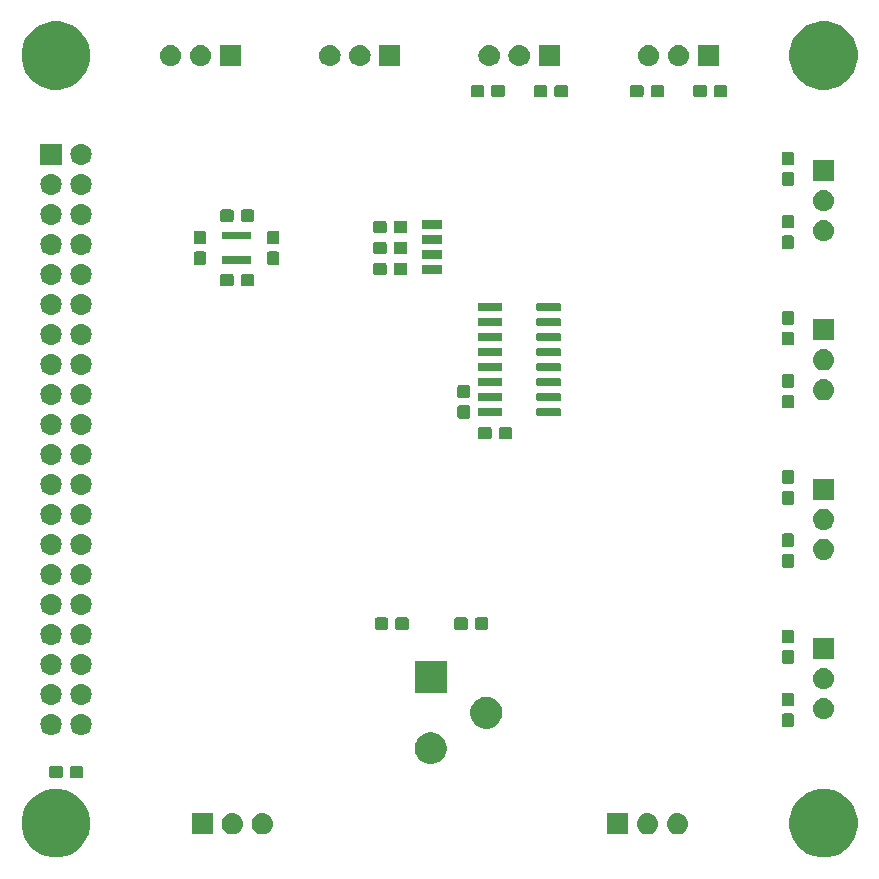
<source format=gbr>
G04 #@! TF.GenerationSoftware,KiCad,Pcbnew,(5.1.4-0-10_14)*
G04 #@! TF.CreationDate,2020-12-31T20:35:18-07:00*
G04 #@! TF.ProjectId,Motherboard,4d6f7468-6572-4626-9f61-72642e6b6963,rev?*
G04 #@! TF.SameCoordinates,Original*
G04 #@! TF.FileFunction,Soldermask,Top*
G04 #@! TF.FilePolarity,Negative*
%FSLAX46Y46*%
G04 Gerber Fmt 4.6, Leading zero omitted, Abs format (unit mm)*
G04 Created by KiCad (PCBNEW (5.1.4-0-10_14)) date 2020-12-31 20:35:18*
%MOMM*%
%LPD*%
G04 APERTURE LIST*
%ADD10C,0.100000*%
G04 APERTURE END LIST*
D10*
G36*
X120846189Y-92210483D02*
G01*
X120846192Y-92210484D01*
X120846191Y-92210484D01*
X121374139Y-92429167D01*
X121849280Y-92746646D01*
X122253354Y-93150720D01*
X122570833Y-93625861D01*
X122570834Y-93625863D01*
X122789517Y-94153811D01*
X122901000Y-94714275D01*
X122901000Y-95285725D01*
X122789517Y-95846189D01*
X122774500Y-95882443D01*
X122570833Y-96374139D01*
X122253354Y-96849280D01*
X121849280Y-97253354D01*
X121374139Y-97570833D01*
X121374138Y-97570834D01*
X121374137Y-97570834D01*
X120846189Y-97789517D01*
X120285725Y-97901000D01*
X119714275Y-97901000D01*
X119153811Y-97789517D01*
X118625863Y-97570834D01*
X118625862Y-97570834D01*
X118625861Y-97570833D01*
X118150720Y-97253354D01*
X117746646Y-96849280D01*
X117429167Y-96374139D01*
X117225500Y-95882443D01*
X117210483Y-95846189D01*
X117099000Y-95285725D01*
X117099000Y-94714275D01*
X117210483Y-94153811D01*
X117429166Y-93625863D01*
X117429167Y-93625861D01*
X117746646Y-93150720D01*
X118150720Y-92746646D01*
X118625861Y-92429167D01*
X119153809Y-92210484D01*
X119153808Y-92210484D01*
X119153811Y-92210483D01*
X119714275Y-92099000D01*
X120285725Y-92099000D01*
X120846189Y-92210483D01*
X120846189Y-92210483D01*
G37*
G36*
X55846189Y-92210483D02*
G01*
X55846192Y-92210484D01*
X55846191Y-92210484D01*
X56374139Y-92429167D01*
X56849280Y-92746646D01*
X57253354Y-93150720D01*
X57570833Y-93625861D01*
X57570834Y-93625863D01*
X57789517Y-94153811D01*
X57901000Y-94714275D01*
X57901000Y-95285725D01*
X57789517Y-95846189D01*
X57774500Y-95882443D01*
X57570833Y-96374139D01*
X57253354Y-96849280D01*
X56849280Y-97253354D01*
X56374139Y-97570833D01*
X56374138Y-97570834D01*
X56374137Y-97570834D01*
X55846189Y-97789517D01*
X55285725Y-97901000D01*
X54714275Y-97901000D01*
X54153811Y-97789517D01*
X53625863Y-97570834D01*
X53625862Y-97570834D01*
X53625861Y-97570833D01*
X53150720Y-97253354D01*
X52746646Y-96849280D01*
X52429167Y-96374139D01*
X52225500Y-95882443D01*
X52210483Y-95846189D01*
X52099000Y-95285725D01*
X52099000Y-94714275D01*
X52210483Y-94153811D01*
X52429166Y-93625863D01*
X52429167Y-93625861D01*
X52746646Y-93150720D01*
X53150720Y-92746646D01*
X53625861Y-92429167D01*
X54153809Y-92210484D01*
X54153808Y-92210484D01*
X54153811Y-92210483D01*
X54714275Y-92099000D01*
X55285725Y-92099000D01*
X55846189Y-92210483D01*
X55846189Y-92210483D01*
G37*
G36*
X107740443Y-94151519D02*
G01*
X107806627Y-94158037D01*
X107976466Y-94209557D01*
X108132991Y-94293222D01*
X108168729Y-94322552D01*
X108270186Y-94405814D01*
X108353448Y-94507271D01*
X108382778Y-94543009D01*
X108466443Y-94699534D01*
X108517963Y-94869373D01*
X108535359Y-95046000D01*
X108517963Y-95222627D01*
X108466443Y-95392466D01*
X108382778Y-95548991D01*
X108353448Y-95584729D01*
X108270186Y-95686186D01*
X108168729Y-95769448D01*
X108132991Y-95798778D01*
X107976466Y-95882443D01*
X107806627Y-95933963D01*
X107740443Y-95940481D01*
X107674260Y-95947000D01*
X107585740Y-95947000D01*
X107519557Y-95940481D01*
X107453373Y-95933963D01*
X107283534Y-95882443D01*
X107127009Y-95798778D01*
X107091271Y-95769448D01*
X106989814Y-95686186D01*
X106906552Y-95584729D01*
X106877222Y-95548991D01*
X106793557Y-95392466D01*
X106742037Y-95222627D01*
X106724641Y-95046000D01*
X106742037Y-94869373D01*
X106793557Y-94699534D01*
X106877222Y-94543009D01*
X106906552Y-94507271D01*
X106989814Y-94405814D01*
X107091271Y-94322552D01*
X107127009Y-94293222D01*
X107283534Y-94209557D01*
X107453373Y-94158037D01*
X107519557Y-94151519D01*
X107585740Y-94145000D01*
X107674260Y-94145000D01*
X107740443Y-94151519D01*
X107740443Y-94151519D01*
G37*
G36*
X105200443Y-94151519D02*
G01*
X105266627Y-94158037D01*
X105436466Y-94209557D01*
X105592991Y-94293222D01*
X105628729Y-94322552D01*
X105730186Y-94405814D01*
X105813448Y-94507271D01*
X105842778Y-94543009D01*
X105926443Y-94699534D01*
X105977963Y-94869373D01*
X105995359Y-95046000D01*
X105977963Y-95222627D01*
X105926443Y-95392466D01*
X105842778Y-95548991D01*
X105813448Y-95584729D01*
X105730186Y-95686186D01*
X105628729Y-95769448D01*
X105592991Y-95798778D01*
X105436466Y-95882443D01*
X105266627Y-95933963D01*
X105200443Y-95940481D01*
X105134260Y-95947000D01*
X105045740Y-95947000D01*
X104979557Y-95940481D01*
X104913373Y-95933963D01*
X104743534Y-95882443D01*
X104587009Y-95798778D01*
X104551271Y-95769448D01*
X104449814Y-95686186D01*
X104366552Y-95584729D01*
X104337222Y-95548991D01*
X104253557Y-95392466D01*
X104202037Y-95222627D01*
X104184641Y-95046000D01*
X104202037Y-94869373D01*
X104253557Y-94699534D01*
X104337222Y-94543009D01*
X104366552Y-94507271D01*
X104449814Y-94405814D01*
X104551271Y-94322552D01*
X104587009Y-94293222D01*
X104743534Y-94209557D01*
X104913373Y-94158037D01*
X104979557Y-94151519D01*
X105045740Y-94145000D01*
X105134260Y-94145000D01*
X105200443Y-94151519D01*
X105200443Y-94151519D01*
G37*
G36*
X103451000Y-95947000D02*
G01*
X101649000Y-95947000D01*
X101649000Y-94145000D01*
X103451000Y-94145000D01*
X103451000Y-95947000D01*
X103451000Y-95947000D01*
G37*
G36*
X72590443Y-94151519D02*
G01*
X72656627Y-94158037D01*
X72826466Y-94209557D01*
X72982991Y-94293222D01*
X73018729Y-94322552D01*
X73120186Y-94405814D01*
X73203448Y-94507271D01*
X73232778Y-94543009D01*
X73316443Y-94699534D01*
X73367963Y-94869373D01*
X73385359Y-95046000D01*
X73367963Y-95222627D01*
X73316443Y-95392466D01*
X73232778Y-95548991D01*
X73203448Y-95584729D01*
X73120186Y-95686186D01*
X73018729Y-95769448D01*
X72982991Y-95798778D01*
X72826466Y-95882443D01*
X72656627Y-95933963D01*
X72590443Y-95940481D01*
X72524260Y-95947000D01*
X72435740Y-95947000D01*
X72369557Y-95940481D01*
X72303373Y-95933963D01*
X72133534Y-95882443D01*
X71977009Y-95798778D01*
X71941271Y-95769448D01*
X71839814Y-95686186D01*
X71756552Y-95584729D01*
X71727222Y-95548991D01*
X71643557Y-95392466D01*
X71592037Y-95222627D01*
X71574641Y-95046000D01*
X71592037Y-94869373D01*
X71643557Y-94699534D01*
X71727222Y-94543009D01*
X71756552Y-94507271D01*
X71839814Y-94405814D01*
X71941271Y-94322552D01*
X71977009Y-94293222D01*
X72133534Y-94209557D01*
X72303373Y-94158037D01*
X72369557Y-94151519D01*
X72435740Y-94145000D01*
X72524260Y-94145000D01*
X72590443Y-94151519D01*
X72590443Y-94151519D01*
G37*
G36*
X70050443Y-94151519D02*
G01*
X70116627Y-94158037D01*
X70286466Y-94209557D01*
X70442991Y-94293222D01*
X70478729Y-94322552D01*
X70580186Y-94405814D01*
X70663448Y-94507271D01*
X70692778Y-94543009D01*
X70776443Y-94699534D01*
X70827963Y-94869373D01*
X70845359Y-95046000D01*
X70827963Y-95222627D01*
X70776443Y-95392466D01*
X70692778Y-95548991D01*
X70663448Y-95584729D01*
X70580186Y-95686186D01*
X70478729Y-95769448D01*
X70442991Y-95798778D01*
X70286466Y-95882443D01*
X70116627Y-95933963D01*
X70050443Y-95940481D01*
X69984260Y-95947000D01*
X69895740Y-95947000D01*
X69829557Y-95940481D01*
X69763373Y-95933963D01*
X69593534Y-95882443D01*
X69437009Y-95798778D01*
X69401271Y-95769448D01*
X69299814Y-95686186D01*
X69216552Y-95584729D01*
X69187222Y-95548991D01*
X69103557Y-95392466D01*
X69052037Y-95222627D01*
X69034641Y-95046000D01*
X69052037Y-94869373D01*
X69103557Y-94699534D01*
X69187222Y-94543009D01*
X69216552Y-94507271D01*
X69299814Y-94405814D01*
X69401271Y-94322552D01*
X69437009Y-94293222D01*
X69593534Y-94209557D01*
X69763373Y-94158037D01*
X69829557Y-94151519D01*
X69895740Y-94145000D01*
X69984260Y-94145000D01*
X70050443Y-94151519D01*
X70050443Y-94151519D01*
G37*
G36*
X68301000Y-95947000D02*
G01*
X66499000Y-95947000D01*
X66499000Y-94145000D01*
X68301000Y-94145000D01*
X68301000Y-95947000D01*
X68301000Y-95947000D01*
G37*
G36*
X57180999Y-90156445D02*
G01*
X57218495Y-90167820D01*
X57253054Y-90186292D01*
X57283347Y-90211153D01*
X57308208Y-90241446D01*
X57326680Y-90276005D01*
X57338055Y-90313501D01*
X57342500Y-90358638D01*
X57342500Y-90997362D01*
X57338055Y-91042499D01*
X57326680Y-91079995D01*
X57308208Y-91114554D01*
X57283347Y-91144847D01*
X57253054Y-91169708D01*
X57218495Y-91188180D01*
X57180999Y-91199555D01*
X57135862Y-91204000D01*
X56397138Y-91204000D01*
X56352001Y-91199555D01*
X56314505Y-91188180D01*
X56279946Y-91169708D01*
X56249653Y-91144847D01*
X56224792Y-91114554D01*
X56206320Y-91079995D01*
X56194945Y-91042499D01*
X56190500Y-90997362D01*
X56190500Y-90358638D01*
X56194945Y-90313501D01*
X56206320Y-90276005D01*
X56224792Y-90241446D01*
X56249653Y-90211153D01*
X56279946Y-90186292D01*
X56314505Y-90167820D01*
X56352001Y-90156445D01*
X56397138Y-90152000D01*
X57135862Y-90152000D01*
X57180999Y-90156445D01*
X57180999Y-90156445D01*
G37*
G36*
X55430999Y-90156445D02*
G01*
X55468495Y-90167820D01*
X55503054Y-90186292D01*
X55533347Y-90211153D01*
X55558208Y-90241446D01*
X55576680Y-90276005D01*
X55588055Y-90313501D01*
X55592500Y-90358638D01*
X55592500Y-90997362D01*
X55588055Y-91042499D01*
X55576680Y-91079995D01*
X55558208Y-91114554D01*
X55533347Y-91144847D01*
X55503054Y-91169708D01*
X55468495Y-91188180D01*
X55430999Y-91199555D01*
X55385862Y-91204000D01*
X54647138Y-91204000D01*
X54602001Y-91199555D01*
X54564505Y-91188180D01*
X54529946Y-91169708D01*
X54499653Y-91144847D01*
X54474792Y-91114554D01*
X54456320Y-91079995D01*
X54444945Y-91042499D01*
X54440500Y-90997362D01*
X54440500Y-90358638D01*
X54444945Y-90313501D01*
X54456320Y-90276005D01*
X54474792Y-90241446D01*
X54499653Y-90211153D01*
X54529946Y-90186292D01*
X54564505Y-90167820D01*
X54602001Y-90156445D01*
X54647138Y-90152000D01*
X55385862Y-90152000D01*
X55430999Y-90156445D01*
X55430999Y-90156445D01*
G37*
G36*
X87144072Y-87346918D02*
G01*
X87389939Y-87448759D01*
X87611212Y-87596610D01*
X87799390Y-87784788D01*
X87947241Y-88006061D01*
X88049082Y-88251928D01*
X88101000Y-88512938D01*
X88101000Y-88779062D01*
X88049082Y-89040072D01*
X87947241Y-89285939D01*
X87799390Y-89507212D01*
X87611212Y-89695390D01*
X87389939Y-89843241D01*
X87389938Y-89843242D01*
X87389937Y-89843242D01*
X87144072Y-89945082D01*
X86883063Y-89997000D01*
X86616937Y-89997000D01*
X86355928Y-89945082D01*
X86110063Y-89843242D01*
X86110062Y-89843242D01*
X86110061Y-89843241D01*
X85888788Y-89695390D01*
X85700610Y-89507212D01*
X85552759Y-89285939D01*
X85450918Y-89040072D01*
X85399000Y-88779062D01*
X85399000Y-88512938D01*
X85450918Y-88251928D01*
X85552759Y-88006061D01*
X85700610Y-87784788D01*
X85888788Y-87596610D01*
X86110061Y-87448759D01*
X86355928Y-87346918D01*
X86616937Y-87295000D01*
X86883063Y-87295000D01*
X87144072Y-87346918D01*
X87144072Y-87346918D01*
G37*
G36*
X54704442Y-85740518D02*
G01*
X54770627Y-85747037D01*
X54940466Y-85798557D01*
X55096991Y-85882222D01*
X55132729Y-85911552D01*
X55234186Y-85994814D01*
X55317448Y-86096271D01*
X55346778Y-86132009D01*
X55430443Y-86288534D01*
X55481963Y-86458373D01*
X55499359Y-86635000D01*
X55481963Y-86811627D01*
X55430443Y-86981466D01*
X55346778Y-87137991D01*
X55317448Y-87173729D01*
X55234186Y-87275186D01*
X55146779Y-87346918D01*
X55096991Y-87387778D01*
X55096989Y-87387779D01*
X54982905Y-87448759D01*
X54940466Y-87471443D01*
X54770627Y-87522963D01*
X54704443Y-87529481D01*
X54638260Y-87536000D01*
X54549740Y-87536000D01*
X54483557Y-87529481D01*
X54417373Y-87522963D01*
X54247534Y-87471443D01*
X54205096Y-87448759D01*
X54091011Y-87387779D01*
X54091009Y-87387778D01*
X54041221Y-87346918D01*
X53953814Y-87275186D01*
X53870552Y-87173729D01*
X53841222Y-87137991D01*
X53757557Y-86981466D01*
X53706037Y-86811627D01*
X53688641Y-86635000D01*
X53706037Y-86458373D01*
X53757557Y-86288534D01*
X53841222Y-86132009D01*
X53870552Y-86096271D01*
X53953814Y-85994814D01*
X54055271Y-85911552D01*
X54091009Y-85882222D01*
X54247534Y-85798557D01*
X54417373Y-85747037D01*
X54483558Y-85740518D01*
X54549740Y-85734000D01*
X54638260Y-85734000D01*
X54704442Y-85740518D01*
X54704442Y-85740518D01*
G37*
G36*
X57244442Y-85740518D02*
G01*
X57310627Y-85747037D01*
X57480466Y-85798557D01*
X57636991Y-85882222D01*
X57672729Y-85911552D01*
X57774186Y-85994814D01*
X57857448Y-86096271D01*
X57886778Y-86132009D01*
X57970443Y-86288534D01*
X58021963Y-86458373D01*
X58039359Y-86635000D01*
X58021963Y-86811627D01*
X57970443Y-86981466D01*
X57886778Y-87137991D01*
X57857448Y-87173729D01*
X57774186Y-87275186D01*
X57686779Y-87346918D01*
X57636991Y-87387778D01*
X57636989Y-87387779D01*
X57522905Y-87448759D01*
X57480466Y-87471443D01*
X57310627Y-87522963D01*
X57244443Y-87529481D01*
X57178260Y-87536000D01*
X57089740Y-87536000D01*
X57023557Y-87529481D01*
X56957373Y-87522963D01*
X56787534Y-87471443D01*
X56745096Y-87448759D01*
X56631011Y-87387779D01*
X56631009Y-87387778D01*
X56581221Y-87346918D01*
X56493814Y-87275186D01*
X56410552Y-87173729D01*
X56381222Y-87137991D01*
X56297557Y-86981466D01*
X56246037Y-86811627D01*
X56228641Y-86635000D01*
X56246037Y-86458373D01*
X56297557Y-86288534D01*
X56381222Y-86132009D01*
X56410552Y-86096271D01*
X56493814Y-85994814D01*
X56595271Y-85911552D01*
X56631009Y-85882222D01*
X56787534Y-85798557D01*
X56957373Y-85747037D01*
X57023558Y-85740518D01*
X57089740Y-85734000D01*
X57178260Y-85734000D01*
X57244442Y-85740518D01*
X57244442Y-85740518D01*
G37*
G36*
X91844072Y-84346918D02*
G01*
X91945668Y-84389000D01*
X92089939Y-84448759D01*
X92097121Y-84453558D01*
X92311211Y-84596609D01*
X92499391Y-84784789D01*
X92647242Y-85006063D01*
X92749082Y-85251928D01*
X92801000Y-85512937D01*
X92801000Y-85779063D01*
X92749082Y-86040072D01*
X92647242Y-86285937D01*
X92499391Y-86507211D01*
X92311211Y-86695391D01*
X92201328Y-86768813D01*
X92089939Y-86843241D01*
X92089938Y-86843242D01*
X92089937Y-86843242D01*
X91844072Y-86945082D01*
X91583063Y-86997000D01*
X91316937Y-86997000D01*
X91055928Y-86945082D01*
X90810063Y-86843242D01*
X90810062Y-86843242D01*
X90810061Y-86843241D01*
X90698672Y-86768813D01*
X90588789Y-86695391D01*
X90400609Y-86507211D01*
X90252758Y-86285937D01*
X90150918Y-86040072D01*
X90099000Y-85779063D01*
X90099000Y-85512937D01*
X90150918Y-85251928D01*
X90252758Y-85006063D01*
X90400609Y-84784789D01*
X90588789Y-84596609D01*
X90802879Y-84453558D01*
X90810061Y-84448759D01*
X90954333Y-84389000D01*
X91055928Y-84346918D01*
X91316937Y-84295000D01*
X91583063Y-84295000D01*
X91844072Y-84346918D01*
X91844072Y-84346918D01*
G37*
G36*
X117344499Y-85713445D02*
G01*
X117381995Y-85724820D01*
X117416554Y-85743292D01*
X117446847Y-85768153D01*
X117471708Y-85798446D01*
X117490180Y-85833005D01*
X117501555Y-85870501D01*
X117506000Y-85915638D01*
X117506000Y-86654362D01*
X117501555Y-86699499D01*
X117490180Y-86736995D01*
X117471708Y-86771554D01*
X117446847Y-86801847D01*
X117416554Y-86826708D01*
X117381995Y-86845180D01*
X117344499Y-86856555D01*
X117299362Y-86861000D01*
X116660638Y-86861000D01*
X116615501Y-86856555D01*
X116578005Y-86845180D01*
X116543446Y-86826708D01*
X116513153Y-86801847D01*
X116488292Y-86771554D01*
X116469820Y-86736995D01*
X116458445Y-86699499D01*
X116454000Y-86654362D01*
X116454000Y-85915638D01*
X116458445Y-85870501D01*
X116469820Y-85833005D01*
X116488292Y-85798446D01*
X116513153Y-85768153D01*
X116543446Y-85743292D01*
X116578005Y-85724820D01*
X116615501Y-85713445D01*
X116660638Y-85709000D01*
X117299362Y-85709000D01*
X117344499Y-85713445D01*
X117344499Y-85713445D01*
G37*
G36*
X120110442Y-84395518D02*
G01*
X120176627Y-84402037D01*
X120346466Y-84453557D01*
X120502991Y-84537222D01*
X120538729Y-84566552D01*
X120640186Y-84649814D01*
X120710247Y-84735185D01*
X120752778Y-84787009D01*
X120836443Y-84943534D01*
X120887963Y-85113373D01*
X120905359Y-85290000D01*
X120887963Y-85466627D01*
X120836443Y-85636466D01*
X120752778Y-85792991D01*
X120748301Y-85798446D01*
X120640186Y-85930186D01*
X120561435Y-85994814D01*
X120502991Y-86042778D01*
X120346466Y-86126443D01*
X120176627Y-86177963D01*
X120110442Y-86184482D01*
X120044260Y-86191000D01*
X119955740Y-86191000D01*
X119889558Y-86184482D01*
X119823373Y-86177963D01*
X119653534Y-86126443D01*
X119497009Y-86042778D01*
X119438565Y-85994814D01*
X119359814Y-85930186D01*
X119251699Y-85798446D01*
X119247222Y-85792991D01*
X119163557Y-85636466D01*
X119112037Y-85466627D01*
X119094641Y-85290000D01*
X119112037Y-85113373D01*
X119163557Y-84943534D01*
X119247222Y-84787009D01*
X119289753Y-84735185D01*
X119359814Y-84649814D01*
X119461271Y-84566552D01*
X119497009Y-84537222D01*
X119653534Y-84453557D01*
X119823373Y-84402037D01*
X119889558Y-84395518D01*
X119955740Y-84389000D01*
X120044260Y-84389000D01*
X120110442Y-84395518D01*
X120110442Y-84395518D01*
G37*
G36*
X117344499Y-83963445D02*
G01*
X117381995Y-83974820D01*
X117416554Y-83993292D01*
X117446847Y-84018153D01*
X117471708Y-84048446D01*
X117490180Y-84083005D01*
X117501555Y-84120501D01*
X117506000Y-84165638D01*
X117506000Y-84904362D01*
X117501555Y-84949499D01*
X117490180Y-84986995D01*
X117471708Y-85021554D01*
X117446847Y-85051847D01*
X117416554Y-85076708D01*
X117381995Y-85095180D01*
X117344499Y-85106555D01*
X117299362Y-85111000D01*
X116660638Y-85111000D01*
X116615501Y-85106555D01*
X116578005Y-85095180D01*
X116543446Y-85076708D01*
X116513153Y-85051847D01*
X116488292Y-85021554D01*
X116469820Y-84986995D01*
X116458445Y-84949499D01*
X116454000Y-84904362D01*
X116454000Y-84165638D01*
X116458445Y-84120501D01*
X116469820Y-84083005D01*
X116488292Y-84048446D01*
X116513153Y-84018153D01*
X116543446Y-83993292D01*
X116578005Y-83974820D01*
X116615501Y-83963445D01*
X116660638Y-83959000D01*
X117299362Y-83959000D01*
X117344499Y-83963445D01*
X117344499Y-83963445D01*
G37*
G36*
X57244443Y-83200519D02*
G01*
X57310627Y-83207037D01*
X57480466Y-83258557D01*
X57636991Y-83342222D01*
X57672729Y-83371552D01*
X57774186Y-83454814D01*
X57857448Y-83556271D01*
X57886778Y-83592009D01*
X57970443Y-83748534D01*
X58021963Y-83918373D01*
X58039359Y-84095000D01*
X58021963Y-84271627D01*
X57970443Y-84441466D01*
X57886778Y-84597991D01*
X57857448Y-84633729D01*
X57774186Y-84735186D01*
X57672729Y-84818448D01*
X57636991Y-84847778D01*
X57480466Y-84931443D01*
X57310627Y-84982963D01*
X57244443Y-84989481D01*
X57178260Y-84996000D01*
X57089740Y-84996000D01*
X57023557Y-84989481D01*
X56957373Y-84982963D01*
X56787534Y-84931443D01*
X56631009Y-84847778D01*
X56595271Y-84818448D01*
X56493814Y-84735186D01*
X56410552Y-84633729D01*
X56381222Y-84597991D01*
X56297557Y-84441466D01*
X56246037Y-84271627D01*
X56228641Y-84095000D01*
X56246037Y-83918373D01*
X56297557Y-83748534D01*
X56381222Y-83592009D01*
X56410552Y-83556271D01*
X56493814Y-83454814D01*
X56595271Y-83371552D01*
X56631009Y-83342222D01*
X56787534Y-83258557D01*
X56957373Y-83207037D01*
X57023557Y-83200519D01*
X57089740Y-83194000D01*
X57178260Y-83194000D01*
X57244443Y-83200519D01*
X57244443Y-83200519D01*
G37*
G36*
X54704443Y-83200519D02*
G01*
X54770627Y-83207037D01*
X54940466Y-83258557D01*
X55096991Y-83342222D01*
X55132729Y-83371552D01*
X55234186Y-83454814D01*
X55317448Y-83556271D01*
X55346778Y-83592009D01*
X55430443Y-83748534D01*
X55481963Y-83918373D01*
X55499359Y-84095000D01*
X55481963Y-84271627D01*
X55430443Y-84441466D01*
X55346778Y-84597991D01*
X55317448Y-84633729D01*
X55234186Y-84735186D01*
X55132729Y-84818448D01*
X55096991Y-84847778D01*
X54940466Y-84931443D01*
X54770627Y-84982963D01*
X54704443Y-84989481D01*
X54638260Y-84996000D01*
X54549740Y-84996000D01*
X54483557Y-84989481D01*
X54417373Y-84982963D01*
X54247534Y-84931443D01*
X54091009Y-84847778D01*
X54055271Y-84818448D01*
X53953814Y-84735186D01*
X53870552Y-84633729D01*
X53841222Y-84597991D01*
X53757557Y-84441466D01*
X53706037Y-84271627D01*
X53688641Y-84095000D01*
X53706037Y-83918373D01*
X53757557Y-83748534D01*
X53841222Y-83592009D01*
X53870552Y-83556271D01*
X53953814Y-83454814D01*
X54055271Y-83371552D01*
X54091009Y-83342222D01*
X54247534Y-83258557D01*
X54417373Y-83207037D01*
X54483557Y-83200519D01*
X54549740Y-83194000D01*
X54638260Y-83194000D01*
X54704443Y-83200519D01*
X54704443Y-83200519D01*
G37*
G36*
X88101000Y-83997000D02*
G01*
X85399000Y-83997000D01*
X85399000Y-81295000D01*
X88101000Y-81295000D01*
X88101000Y-83997000D01*
X88101000Y-83997000D01*
G37*
G36*
X120110443Y-81855519D02*
G01*
X120176627Y-81862037D01*
X120346466Y-81913557D01*
X120502991Y-81997222D01*
X120538729Y-82026552D01*
X120640186Y-82109814D01*
X120710247Y-82195185D01*
X120752778Y-82247009D01*
X120836443Y-82403534D01*
X120887963Y-82573373D01*
X120905359Y-82750000D01*
X120887963Y-82926627D01*
X120836443Y-83096466D01*
X120752778Y-83252991D01*
X120748210Y-83258557D01*
X120640186Y-83390186D01*
X120561435Y-83454814D01*
X120502991Y-83502778D01*
X120346466Y-83586443D01*
X120176627Y-83637963D01*
X120110442Y-83644482D01*
X120044260Y-83651000D01*
X119955740Y-83651000D01*
X119889558Y-83644482D01*
X119823373Y-83637963D01*
X119653534Y-83586443D01*
X119497009Y-83502778D01*
X119438565Y-83454814D01*
X119359814Y-83390186D01*
X119251790Y-83258557D01*
X119247222Y-83252991D01*
X119163557Y-83096466D01*
X119112037Y-82926627D01*
X119094641Y-82750000D01*
X119112037Y-82573373D01*
X119163557Y-82403534D01*
X119247222Y-82247009D01*
X119289753Y-82195185D01*
X119359814Y-82109814D01*
X119461271Y-82026552D01*
X119497009Y-81997222D01*
X119653534Y-81913557D01*
X119823373Y-81862037D01*
X119889557Y-81855519D01*
X119955740Y-81849000D01*
X120044260Y-81849000D01*
X120110443Y-81855519D01*
X120110443Y-81855519D01*
G37*
G36*
X54704443Y-80660519D02*
G01*
X54770627Y-80667037D01*
X54940466Y-80718557D01*
X55096991Y-80802222D01*
X55132729Y-80831552D01*
X55234186Y-80914814D01*
X55317448Y-81016271D01*
X55346778Y-81052009D01*
X55430443Y-81208534D01*
X55481963Y-81378373D01*
X55499359Y-81555000D01*
X55481963Y-81731627D01*
X55430443Y-81901466D01*
X55346778Y-82057991D01*
X55317448Y-82093729D01*
X55234186Y-82195186D01*
X55132729Y-82278448D01*
X55096991Y-82307778D01*
X54940466Y-82391443D01*
X54770627Y-82442963D01*
X54704442Y-82449482D01*
X54638260Y-82456000D01*
X54549740Y-82456000D01*
X54483558Y-82449482D01*
X54417373Y-82442963D01*
X54247534Y-82391443D01*
X54091009Y-82307778D01*
X54055271Y-82278448D01*
X53953814Y-82195186D01*
X53870552Y-82093729D01*
X53841222Y-82057991D01*
X53757557Y-81901466D01*
X53706037Y-81731627D01*
X53688641Y-81555000D01*
X53706037Y-81378373D01*
X53757557Y-81208534D01*
X53841222Y-81052009D01*
X53870552Y-81016271D01*
X53953814Y-80914814D01*
X54055271Y-80831552D01*
X54091009Y-80802222D01*
X54247534Y-80718557D01*
X54417373Y-80667037D01*
X54483557Y-80660519D01*
X54549740Y-80654000D01*
X54638260Y-80654000D01*
X54704443Y-80660519D01*
X54704443Y-80660519D01*
G37*
G36*
X57244443Y-80660519D02*
G01*
X57310627Y-80667037D01*
X57480466Y-80718557D01*
X57636991Y-80802222D01*
X57672729Y-80831552D01*
X57774186Y-80914814D01*
X57857448Y-81016271D01*
X57886778Y-81052009D01*
X57970443Y-81208534D01*
X58021963Y-81378373D01*
X58039359Y-81555000D01*
X58021963Y-81731627D01*
X57970443Y-81901466D01*
X57886778Y-82057991D01*
X57857448Y-82093729D01*
X57774186Y-82195186D01*
X57672729Y-82278448D01*
X57636991Y-82307778D01*
X57480466Y-82391443D01*
X57310627Y-82442963D01*
X57244442Y-82449482D01*
X57178260Y-82456000D01*
X57089740Y-82456000D01*
X57023558Y-82449482D01*
X56957373Y-82442963D01*
X56787534Y-82391443D01*
X56631009Y-82307778D01*
X56595271Y-82278448D01*
X56493814Y-82195186D01*
X56410552Y-82093729D01*
X56381222Y-82057991D01*
X56297557Y-81901466D01*
X56246037Y-81731627D01*
X56228641Y-81555000D01*
X56246037Y-81378373D01*
X56297557Y-81208534D01*
X56381222Y-81052009D01*
X56410552Y-81016271D01*
X56493814Y-80914814D01*
X56595271Y-80831552D01*
X56631009Y-80802222D01*
X56787534Y-80718557D01*
X56957373Y-80667037D01*
X57023557Y-80660519D01*
X57089740Y-80654000D01*
X57178260Y-80654000D01*
X57244443Y-80660519D01*
X57244443Y-80660519D01*
G37*
G36*
X117344499Y-80363445D02*
G01*
X117381995Y-80374820D01*
X117416554Y-80393292D01*
X117446847Y-80418153D01*
X117471708Y-80448446D01*
X117490180Y-80483005D01*
X117501555Y-80520501D01*
X117506000Y-80565638D01*
X117506000Y-81304362D01*
X117501555Y-81349499D01*
X117490180Y-81386995D01*
X117471708Y-81421554D01*
X117446847Y-81451847D01*
X117416554Y-81476708D01*
X117381995Y-81495180D01*
X117344499Y-81506555D01*
X117299362Y-81511000D01*
X116660638Y-81511000D01*
X116615501Y-81506555D01*
X116578005Y-81495180D01*
X116543446Y-81476708D01*
X116513153Y-81451847D01*
X116488292Y-81421554D01*
X116469820Y-81386995D01*
X116458445Y-81349499D01*
X116454000Y-81304362D01*
X116454000Y-80565638D01*
X116458445Y-80520501D01*
X116469820Y-80483005D01*
X116488292Y-80448446D01*
X116513153Y-80418153D01*
X116543446Y-80393292D01*
X116578005Y-80374820D01*
X116615501Y-80363445D01*
X116660638Y-80359000D01*
X117299362Y-80359000D01*
X117344499Y-80363445D01*
X117344499Y-80363445D01*
G37*
G36*
X120901000Y-81111000D02*
G01*
X119099000Y-81111000D01*
X119099000Y-79309000D01*
X120901000Y-79309000D01*
X120901000Y-81111000D01*
X120901000Y-81111000D01*
G37*
G36*
X57244442Y-78120518D02*
G01*
X57310627Y-78127037D01*
X57480466Y-78178557D01*
X57636991Y-78262222D01*
X57672729Y-78291552D01*
X57774186Y-78374814D01*
X57851191Y-78468646D01*
X57886778Y-78512009D01*
X57886779Y-78512011D01*
X57962313Y-78653323D01*
X57970443Y-78668534D01*
X58021963Y-78838373D01*
X58039359Y-79015000D01*
X58021963Y-79191627D01*
X57970443Y-79361466D01*
X57886778Y-79517991D01*
X57861076Y-79549309D01*
X57774186Y-79655186D01*
X57687035Y-79726708D01*
X57636991Y-79767778D01*
X57480466Y-79851443D01*
X57310627Y-79902963D01*
X57244442Y-79909482D01*
X57178260Y-79916000D01*
X57089740Y-79916000D01*
X57023558Y-79909482D01*
X56957373Y-79902963D01*
X56787534Y-79851443D01*
X56631009Y-79767778D01*
X56580965Y-79726708D01*
X56493814Y-79655186D01*
X56406924Y-79549309D01*
X56381222Y-79517991D01*
X56297557Y-79361466D01*
X56246037Y-79191627D01*
X56228641Y-79015000D01*
X56246037Y-78838373D01*
X56297557Y-78668534D01*
X56305688Y-78653323D01*
X56381221Y-78512011D01*
X56381222Y-78512009D01*
X56416809Y-78468646D01*
X56493814Y-78374814D01*
X56595271Y-78291552D01*
X56631009Y-78262222D01*
X56787534Y-78178557D01*
X56957373Y-78127037D01*
X57023558Y-78120518D01*
X57089740Y-78114000D01*
X57178260Y-78114000D01*
X57244442Y-78120518D01*
X57244442Y-78120518D01*
G37*
G36*
X54704442Y-78120518D02*
G01*
X54770627Y-78127037D01*
X54940466Y-78178557D01*
X55096991Y-78262222D01*
X55132729Y-78291552D01*
X55234186Y-78374814D01*
X55311191Y-78468646D01*
X55346778Y-78512009D01*
X55346779Y-78512011D01*
X55422313Y-78653323D01*
X55430443Y-78668534D01*
X55481963Y-78838373D01*
X55499359Y-79015000D01*
X55481963Y-79191627D01*
X55430443Y-79361466D01*
X55346778Y-79517991D01*
X55321076Y-79549309D01*
X55234186Y-79655186D01*
X55147035Y-79726708D01*
X55096991Y-79767778D01*
X54940466Y-79851443D01*
X54770627Y-79902963D01*
X54704442Y-79909482D01*
X54638260Y-79916000D01*
X54549740Y-79916000D01*
X54483558Y-79909482D01*
X54417373Y-79902963D01*
X54247534Y-79851443D01*
X54091009Y-79767778D01*
X54040965Y-79726708D01*
X53953814Y-79655186D01*
X53866924Y-79549309D01*
X53841222Y-79517991D01*
X53757557Y-79361466D01*
X53706037Y-79191627D01*
X53688641Y-79015000D01*
X53706037Y-78838373D01*
X53757557Y-78668534D01*
X53765688Y-78653323D01*
X53841221Y-78512011D01*
X53841222Y-78512009D01*
X53876809Y-78468646D01*
X53953814Y-78374814D01*
X54055271Y-78291552D01*
X54091009Y-78262222D01*
X54247534Y-78178557D01*
X54417373Y-78127037D01*
X54483558Y-78120518D01*
X54549740Y-78114000D01*
X54638260Y-78114000D01*
X54704442Y-78120518D01*
X54704442Y-78120518D01*
G37*
G36*
X117344499Y-78613445D02*
G01*
X117381995Y-78624820D01*
X117416554Y-78643292D01*
X117446847Y-78668153D01*
X117471708Y-78698446D01*
X117490180Y-78733005D01*
X117501555Y-78770501D01*
X117506000Y-78815638D01*
X117506000Y-79554362D01*
X117501555Y-79599499D01*
X117490180Y-79636995D01*
X117471708Y-79671554D01*
X117446847Y-79701847D01*
X117416554Y-79726708D01*
X117381995Y-79745180D01*
X117344499Y-79756555D01*
X117299362Y-79761000D01*
X116660638Y-79761000D01*
X116615501Y-79756555D01*
X116578005Y-79745180D01*
X116543446Y-79726708D01*
X116513153Y-79701847D01*
X116488292Y-79671554D01*
X116469820Y-79636995D01*
X116458445Y-79599499D01*
X116454000Y-79554362D01*
X116454000Y-78815638D01*
X116458445Y-78770501D01*
X116469820Y-78733005D01*
X116488292Y-78698446D01*
X116513153Y-78668153D01*
X116543446Y-78643292D01*
X116578005Y-78624820D01*
X116615501Y-78613445D01*
X116660638Y-78609000D01*
X117299362Y-78609000D01*
X117344499Y-78613445D01*
X117344499Y-78613445D01*
G37*
G36*
X91473499Y-77583445D02*
G01*
X91510995Y-77594820D01*
X91545554Y-77613292D01*
X91575847Y-77638153D01*
X91600708Y-77668446D01*
X91619180Y-77703005D01*
X91630555Y-77740501D01*
X91635000Y-77785638D01*
X91635000Y-78424362D01*
X91630555Y-78469499D01*
X91619180Y-78506995D01*
X91600708Y-78541554D01*
X91575847Y-78571847D01*
X91545554Y-78596708D01*
X91510995Y-78615180D01*
X91473499Y-78626555D01*
X91428362Y-78631000D01*
X90689638Y-78631000D01*
X90644501Y-78626555D01*
X90607005Y-78615180D01*
X90572446Y-78596708D01*
X90542153Y-78571847D01*
X90517292Y-78541554D01*
X90498820Y-78506995D01*
X90487445Y-78469499D01*
X90483000Y-78424362D01*
X90483000Y-77785638D01*
X90487445Y-77740501D01*
X90498820Y-77703005D01*
X90517292Y-77668446D01*
X90542153Y-77638153D01*
X90572446Y-77613292D01*
X90607005Y-77594820D01*
X90644501Y-77583445D01*
X90689638Y-77579000D01*
X91428362Y-77579000D01*
X91473499Y-77583445D01*
X91473499Y-77583445D01*
G37*
G36*
X89723499Y-77583445D02*
G01*
X89760995Y-77594820D01*
X89795554Y-77613292D01*
X89825847Y-77638153D01*
X89850708Y-77668446D01*
X89869180Y-77703005D01*
X89880555Y-77740501D01*
X89885000Y-77785638D01*
X89885000Y-78424362D01*
X89880555Y-78469499D01*
X89869180Y-78506995D01*
X89850708Y-78541554D01*
X89825847Y-78571847D01*
X89795554Y-78596708D01*
X89760995Y-78615180D01*
X89723499Y-78626555D01*
X89678362Y-78631000D01*
X88939638Y-78631000D01*
X88894501Y-78626555D01*
X88857005Y-78615180D01*
X88822446Y-78596708D01*
X88792153Y-78571847D01*
X88767292Y-78541554D01*
X88748820Y-78506995D01*
X88737445Y-78469499D01*
X88733000Y-78424362D01*
X88733000Y-77785638D01*
X88737445Y-77740501D01*
X88748820Y-77703005D01*
X88767292Y-77668446D01*
X88792153Y-77638153D01*
X88822446Y-77613292D01*
X88857005Y-77594820D01*
X88894501Y-77583445D01*
X88939638Y-77579000D01*
X89678362Y-77579000D01*
X89723499Y-77583445D01*
X89723499Y-77583445D01*
G37*
G36*
X84734499Y-77583445D02*
G01*
X84771995Y-77594820D01*
X84806554Y-77613292D01*
X84836847Y-77638153D01*
X84861708Y-77668446D01*
X84880180Y-77703005D01*
X84891555Y-77740501D01*
X84896000Y-77785638D01*
X84896000Y-78424362D01*
X84891555Y-78469499D01*
X84880180Y-78506995D01*
X84861708Y-78541554D01*
X84836847Y-78571847D01*
X84806554Y-78596708D01*
X84771995Y-78615180D01*
X84734499Y-78626555D01*
X84689362Y-78631000D01*
X83950638Y-78631000D01*
X83905501Y-78626555D01*
X83868005Y-78615180D01*
X83833446Y-78596708D01*
X83803153Y-78571847D01*
X83778292Y-78541554D01*
X83759820Y-78506995D01*
X83748445Y-78469499D01*
X83744000Y-78424362D01*
X83744000Y-77785638D01*
X83748445Y-77740501D01*
X83759820Y-77703005D01*
X83778292Y-77668446D01*
X83803153Y-77638153D01*
X83833446Y-77613292D01*
X83868005Y-77594820D01*
X83905501Y-77583445D01*
X83950638Y-77579000D01*
X84689362Y-77579000D01*
X84734499Y-77583445D01*
X84734499Y-77583445D01*
G37*
G36*
X82984499Y-77583445D02*
G01*
X83021995Y-77594820D01*
X83056554Y-77613292D01*
X83086847Y-77638153D01*
X83111708Y-77668446D01*
X83130180Y-77703005D01*
X83141555Y-77740501D01*
X83146000Y-77785638D01*
X83146000Y-78424362D01*
X83141555Y-78469499D01*
X83130180Y-78506995D01*
X83111708Y-78541554D01*
X83086847Y-78571847D01*
X83056554Y-78596708D01*
X83021995Y-78615180D01*
X82984499Y-78626555D01*
X82939362Y-78631000D01*
X82200638Y-78631000D01*
X82155501Y-78626555D01*
X82118005Y-78615180D01*
X82083446Y-78596708D01*
X82053153Y-78571847D01*
X82028292Y-78541554D01*
X82009820Y-78506995D01*
X81998445Y-78469499D01*
X81994000Y-78424362D01*
X81994000Y-77785638D01*
X81998445Y-77740501D01*
X82009820Y-77703005D01*
X82028292Y-77668446D01*
X82053153Y-77638153D01*
X82083446Y-77613292D01*
X82118005Y-77594820D01*
X82155501Y-77583445D01*
X82200638Y-77579000D01*
X82939362Y-77579000D01*
X82984499Y-77583445D01*
X82984499Y-77583445D01*
G37*
G36*
X57244442Y-75580518D02*
G01*
X57310627Y-75587037D01*
X57480466Y-75638557D01*
X57636991Y-75722222D01*
X57672729Y-75751552D01*
X57774186Y-75834814D01*
X57857448Y-75936271D01*
X57886778Y-75972009D01*
X57970443Y-76128534D01*
X58021963Y-76298373D01*
X58039359Y-76475000D01*
X58021963Y-76651627D01*
X57970443Y-76821466D01*
X57886778Y-76977991D01*
X57857448Y-77013729D01*
X57774186Y-77115186D01*
X57672729Y-77198448D01*
X57636991Y-77227778D01*
X57480466Y-77311443D01*
X57310627Y-77362963D01*
X57244442Y-77369482D01*
X57178260Y-77376000D01*
X57089740Y-77376000D01*
X57023558Y-77369482D01*
X56957373Y-77362963D01*
X56787534Y-77311443D01*
X56631009Y-77227778D01*
X56595271Y-77198448D01*
X56493814Y-77115186D01*
X56410552Y-77013729D01*
X56381222Y-76977991D01*
X56297557Y-76821466D01*
X56246037Y-76651627D01*
X56228641Y-76475000D01*
X56246037Y-76298373D01*
X56297557Y-76128534D01*
X56381222Y-75972009D01*
X56410552Y-75936271D01*
X56493814Y-75834814D01*
X56595271Y-75751552D01*
X56631009Y-75722222D01*
X56787534Y-75638557D01*
X56957373Y-75587037D01*
X57023558Y-75580518D01*
X57089740Y-75574000D01*
X57178260Y-75574000D01*
X57244442Y-75580518D01*
X57244442Y-75580518D01*
G37*
G36*
X54704442Y-75580518D02*
G01*
X54770627Y-75587037D01*
X54940466Y-75638557D01*
X55096991Y-75722222D01*
X55132729Y-75751552D01*
X55234186Y-75834814D01*
X55317448Y-75936271D01*
X55346778Y-75972009D01*
X55430443Y-76128534D01*
X55481963Y-76298373D01*
X55499359Y-76475000D01*
X55481963Y-76651627D01*
X55430443Y-76821466D01*
X55346778Y-76977991D01*
X55317448Y-77013729D01*
X55234186Y-77115186D01*
X55132729Y-77198448D01*
X55096991Y-77227778D01*
X54940466Y-77311443D01*
X54770627Y-77362963D01*
X54704442Y-77369482D01*
X54638260Y-77376000D01*
X54549740Y-77376000D01*
X54483558Y-77369482D01*
X54417373Y-77362963D01*
X54247534Y-77311443D01*
X54091009Y-77227778D01*
X54055271Y-77198448D01*
X53953814Y-77115186D01*
X53870552Y-77013729D01*
X53841222Y-76977991D01*
X53757557Y-76821466D01*
X53706037Y-76651627D01*
X53688641Y-76475000D01*
X53706037Y-76298373D01*
X53757557Y-76128534D01*
X53841222Y-75972009D01*
X53870552Y-75936271D01*
X53953814Y-75834814D01*
X54055271Y-75751552D01*
X54091009Y-75722222D01*
X54247534Y-75638557D01*
X54417373Y-75587037D01*
X54483558Y-75580518D01*
X54549740Y-75574000D01*
X54638260Y-75574000D01*
X54704442Y-75580518D01*
X54704442Y-75580518D01*
G37*
G36*
X54704443Y-73040519D02*
G01*
X54770627Y-73047037D01*
X54940466Y-73098557D01*
X54940468Y-73098558D01*
X55018728Y-73140389D01*
X55096991Y-73182222D01*
X55130228Y-73209499D01*
X55234186Y-73294814D01*
X55283726Y-73355180D01*
X55346778Y-73432009D01*
X55430443Y-73588534D01*
X55481963Y-73758373D01*
X55499359Y-73935000D01*
X55481963Y-74111627D01*
X55430443Y-74281466D01*
X55346778Y-74437991D01*
X55317448Y-74473729D01*
X55234186Y-74575186D01*
X55132729Y-74658448D01*
X55096991Y-74687778D01*
X54940466Y-74771443D01*
X54770627Y-74822963D01*
X54704442Y-74829482D01*
X54638260Y-74836000D01*
X54549740Y-74836000D01*
X54483558Y-74829482D01*
X54417373Y-74822963D01*
X54247534Y-74771443D01*
X54091009Y-74687778D01*
X54055271Y-74658448D01*
X53953814Y-74575186D01*
X53870552Y-74473729D01*
X53841222Y-74437991D01*
X53757557Y-74281466D01*
X53706037Y-74111627D01*
X53688641Y-73935000D01*
X53706037Y-73758373D01*
X53757557Y-73588534D01*
X53841222Y-73432009D01*
X53904274Y-73355180D01*
X53953814Y-73294814D01*
X54057772Y-73209499D01*
X54091009Y-73182222D01*
X54169272Y-73140389D01*
X54247532Y-73098558D01*
X54247534Y-73098557D01*
X54417373Y-73047037D01*
X54483557Y-73040519D01*
X54549740Y-73034000D01*
X54638260Y-73034000D01*
X54704443Y-73040519D01*
X54704443Y-73040519D01*
G37*
G36*
X57244443Y-73040519D02*
G01*
X57310627Y-73047037D01*
X57480466Y-73098557D01*
X57480468Y-73098558D01*
X57558728Y-73140389D01*
X57636991Y-73182222D01*
X57670228Y-73209499D01*
X57774186Y-73294814D01*
X57823726Y-73355180D01*
X57886778Y-73432009D01*
X57970443Y-73588534D01*
X58021963Y-73758373D01*
X58039359Y-73935000D01*
X58021963Y-74111627D01*
X57970443Y-74281466D01*
X57886778Y-74437991D01*
X57857448Y-74473729D01*
X57774186Y-74575186D01*
X57672729Y-74658448D01*
X57636991Y-74687778D01*
X57480466Y-74771443D01*
X57310627Y-74822963D01*
X57244442Y-74829482D01*
X57178260Y-74836000D01*
X57089740Y-74836000D01*
X57023558Y-74829482D01*
X56957373Y-74822963D01*
X56787534Y-74771443D01*
X56631009Y-74687778D01*
X56595271Y-74658448D01*
X56493814Y-74575186D01*
X56410552Y-74473729D01*
X56381222Y-74437991D01*
X56297557Y-74281466D01*
X56246037Y-74111627D01*
X56228641Y-73935000D01*
X56246037Y-73758373D01*
X56297557Y-73588534D01*
X56381222Y-73432009D01*
X56444274Y-73355180D01*
X56493814Y-73294814D01*
X56597772Y-73209499D01*
X56631009Y-73182222D01*
X56709272Y-73140389D01*
X56787532Y-73098558D01*
X56787534Y-73098557D01*
X56957373Y-73047037D01*
X57023557Y-73040519D01*
X57089740Y-73034000D01*
X57178260Y-73034000D01*
X57244443Y-73040519D01*
X57244443Y-73040519D01*
G37*
G36*
X117344499Y-72223445D02*
G01*
X117381995Y-72234820D01*
X117416554Y-72253292D01*
X117446847Y-72278153D01*
X117471708Y-72308446D01*
X117490180Y-72343005D01*
X117501555Y-72380501D01*
X117506000Y-72425638D01*
X117506000Y-73164362D01*
X117501555Y-73209499D01*
X117490180Y-73246995D01*
X117471708Y-73281554D01*
X117446847Y-73311847D01*
X117416554Y-73336708D01*
X117381995Y-73355180D01*
X117344499Y-73366555D01*
X117299362Y-73371000D01*
X116660638Y-73371000D01*
X116615501Y-73366555D01*
X116578005Y-73355180D01*
X116543446Y-73336708D01*
X116513153Y-73311847D01*
X116488292Y-73281554D01*
X116469820Y-73246995D01*
X116458445Y-73209499D01*
X116454000Y-73164362D01*
X116454000Y-72425638D01*
X116458445Y-72380501D01*
X116469820Y-72343005D01*
X116488292Y-72308446D01*
X116513153Y-72278153D01*
X116543446Y-72253292D01*
X116578005Y-72234820D01*
X116615501Y-72223445D01*
X116660638Y-72219000D01*
X117299362Y-72219000D01*
X117344499Y-72223445D01*
X117344499Y-72223445D01*
G37*
G36*
X120110443Y-70905519D02*
G01*
X120176627Y-70912037D01*
X120346466Y-70963557D01*
X120502991Y-71047222D01*
X120538729Y-71076552D01*
X120640186Y-71159814D01*
X120723448Y-71261271D01*
X120752778Y-71297009D01*
X120836443Y-71453534D01*
X120887963Y-71623373D01*
X120905359Y-71800000D01*
X120887963Y-71976627D01*
X120836443Y-72146466D01*
X120752778Y-72302991D01*
X120748301Y-72308446D01*
X120640186Y-72440186D01*
X120538729Y-72523448D01*
X120502991Y-72552778D01*
X120346466Y-72636443D01*
X120176627Y-72687963D01*
X120110443Y-72694481D01*
X120044260Y-72701000D01*
X119955740Y-72701000D01*
X119889557Y-72694481D01*
X119823373Y-72687963D01*
X119653534Y-72636443D01*
X119497009Y-72552778D01*
X119461271Y-72523448D01*
X119359814Y-72440186D01*
X119251699Y-72308446D01*
X119247222Y-72302991D01*
X119163557Y-72146466D01*
X119112037Y-71976627D01*
X119094641Y-71800000D01*
X119112037Y-71623373D01*
X119163557Y-71453534D01*
X119247222Y-71297009D01*
X119276552Y-71261271D01*
X119359814Y-71159814D01*
X119461271Y-71076552D01*
X119497009Y-71047222D01*
X119653534Y-70963557D01*
X119823373Y-70912037D01*
X119889557Y-70905519D01*
X119955740Y-70899000D01*
X120044260Y-70899000D01*
X120110443Y-70905519D01*
X120110443Y-70905519D01*
G37*
G36*
X54704442Y-70500518D02*
G01*
X54770627Y-70507037D01*
X54940466Y-70558557D01*
X55096991Y-70642222D01*
X55132729Y-70671552D01*
X55234186Y-70754814D01*
X55317448Y-70856271D01*
X55346778Y-70892009D01*
X55430443Y-71048534D01*
X55481963Y-71218373D01*
X55499359Y-71395000D01*
X55481963Y-71571627D01*
X55430443Y-71741466D01*
X55346778Y-71897991D01*
X55317448Y-71933729D01*
X55234186Y-72035186D01*
X55132729Y-72118448D01*
X55096991Y-72147778D01*
X54940466Y-72231443D01*
X54770627Y-72282963D01*
X54704443Y-72289481D01*
X54638260Y-72296000D01*
X54549740Y-72296000D01*
X54483557Y-72289481D01*
X54417373Y-72282963D01*
X54247534Y-72231443D01*
X54091009Y-72147778D01*
X54055271Y-72118448D01*
X53953814Y-72035186D01*
X53870552Y-71933729D01*
X53841222Y-71897991D01*
X53757557Y-71741466D01*
X53706037Y-71571627D01*
X53688641Y-71395000D01*
X53706037Y-71218373D01*
X53757557Y-71048534D01*
X53841222Y-70892009D01*
X53870552Y-70856271D01*
X53953814Y-70754814D01*
X54055271Y-70671552D01*
X54091009Y-70642222D01*
X54247534Y-70558557D01*
X54417373Y-70507037D01*
X54483558Y-70500518D01*
X54549740Y-70494000D01*
X54638260Y-70494000D01*
X54704442Y-70500518D01*
X54704442Y-70500518D01*
G37*
G36*
X57244442Y-70500518D02*
G01*
X57310627Y-70507037D01*
X57480466Y-70558557D01*
X57636991Y-70642222D01*
X57672729Y-70671552D01*
X57774186Y-70754814D01*
X57857448Y-70856271D01*
X57886778Y-70892009D01*
X57970443Y-71048534D01*
X58021963Y-71218373D01*
X58039359Y-71395000D01*
X58021963Y-71571627D01*
X57970443Y-71741466D01*
X57886778Y-71897991D01*
X57857448Y-71933729D01*
X57774186Y-72035186D01*
X57672729Y-72118448D01*
X57636991Y-72147778D01*
X57480466Y-72231443D01*
X57310627Y-72282963D01*
X57244443Y-72289481D01*
X57178260Y-72296000D01*
X57089740Y-72296000D01*
X57023557Y-72289481D01*
X56957373Y-72282963D01*
X56787534Y-72231443D01*
X56631009Y-72147778D01*
X56595271Y-72118448D01*
X56493814Y-72035186D01*
X56410552Y-71933729D01*
X56381222Y-71897991D01*
X56297557Y-71741466D01*
X56246037Y-71571627D01*
X56228641Y-71395000D01*
X56246037Y-71218373D01*
X56297557Y-71048534D01*
X56381222Y-70892009D01*
X56410552Y-70856271D01*
X56493814Y-70754814D01*
X56595271Y-70671552D01*
X56631009Y-70642222D01*
X56787534Y-70558557D01*
X56957373Y-70507037D01*
X57023558Y-70500518D01*
X57089740Y-70494000D01*
X57178260Y-70494000D01*
X57244442Y-70500518D01*
X57244442Y-70500518D01*
G37*
G36*
X117344499Y-70473445D02*
G01*
X117381995Y-70484820D01*
X117416554Y-70503292D01*
X117446847Y-70528153D01*
X117471708Y-70558446D01*
X117490180Y-70593005D01*
X117501555Y-70630501D01*
X117506000Y-70675638D01*
X117506000Y-71414362D01*
X117501555Y-71459499D01*
X117490180Y-71496995D01*
X117471708Y-71531554D01*
X117446847Y-71561847D01*
X117416554Y-71586708D01*
X117381995Y-71605180D01*
X117344499Y-71616555D01*
X117299362Y-71621000D01*
X116660638Y-71621000D01*
X116615501Y-71616555D01*
X116578005Y-71605180D01*
X116543446Y-71586708D01*
X116513153Y-71561847D01*
X116488292Y-71531554D01*
X116469820Y-71496995D01*
X116458445Y-71459499D01*
X116454000Y-71414362D01*
X116454000Y-70675638D01*
X116458445Y-70630501D01*
X116469820Y-70593005D01*
X116488292Y-70558446D01*
X116513153Y-70528153D01*
X116543446Y-70503292D01*
X116578005Y-70484820D01*
X116615501Y-70473445D01*
X116660638Y-70469000D01*
X117299362Y-70469000D01*
X117344499Y-70473445D01*
X117344499Y-70473445D01*
G37*
G36*
X120110443Y-68365519D02*
G01*
X120176627Y-68372037D01*
X120346466Y-68423557D01*
X120502991Y-68507222D01*
X120538729Y-68536552D01*
X120640186Y-68619814D01*
X120723448Y-68721271D01*
X120752778Y-68757009D01*
X120836443Y-68913534D01*
X120887963Y-69083373D01*
X120905359Y-69260000D01*
X120887963Y-69436627D01*
X120836443Y-69606466D01*
X120752778Y-69762991D01*
X120723448Y-69798729D01*
X120640186Y-69900186D01*
X120538729Y-69983448D01*
X120502991Y-70012778D01*
X120346466Y-70096443D01*
X120176627Y-70147963D01*
X120110442Y-70154482D01*
X120044260Y-70161000D01*
X119955740Y-70161000D01*
X119889558Y-70154482D01*
X119823373Y-70147963D01*
X119653534Y-70096443D01*
X119497009Y-70012778D01*
X119461271Y-69983448D01*
X119359814Y-69900186D01*
X119276552Y-69798729D01*
X119247222Y-69762991D01*
X119163557Y-69606466D01*
X119112037Y-69436627D01*
X119094641Y-69260000D01*
X119112037Y-69083373D01*
X119163557Y-68913534D01*
X119247222Y-68757009D01*
X119276552Y-68721271D01*
X119359814Y-68619814D01*
X119461271Y-68536552D01*
X119497009Y-68507222D01*
X119653534Y-68423557D01*
X119823373Y-68372037D01*
X119889557Y-68365519D01*
X119955740Y-68359000D01*
X120044260Y-68359000D01*
X120110443Y-68365519D01*
X120110443Y-68365519D01*
G37*
G36*
X54704442Y-67960518D02*
G01*
X54770627Y-67967037D01*
X54940466Y-68018557D01*
X54940468Y-68018558D01*
X55018728Y-68060389D01*
X55096991Y-68102222D01*
X55132729Y-68131552D01*
X55234186Y-68214814D01*
X55317448Y-68316271D01*
X55346778Y-68352009D01*
X55430443Y-68508534D01*
X55481963Y-68678373D01*
X55499359Y-68855000D01*
X55481963Y-69031627D01*
X55430443Y-69201466D01*
X55346778Y-69357991D01*
X55317448Y-69393729D01*
X55234186Y-69495186D01*
X55132729Y-69578448D01*
X55096991Y-69607778D01*
X54940466Y-69691443D01*
X54770627Y-69742963D01*
X54704442Y-69749482D01*
X54638260Y-69756000D01*
X54549740Y-69756000D01*
X54483558Y-69749482D01*
X54417373Y-69742963D01*
X54247534Y-69691443D01*
X54091009Y-69607778D01*
X54055271Y-69578448D01*
X53953814Y-69495186D01*
X53870552Y-69393729D01*
X53841222Y-69357991D01*
X53757557Y-69201466D01*
X53706037Y-69031627D01*
X53688641Y-68855000D01*
X53706037Y-68678373D01*
X53757557Y-68508534D01*
X53841222Y-68352009D01*
X53870552Y-68316271D01*
X53953814Y-68214814D01*
X54055271Y-68131552D01*
X54091009Y-68102222D01*
X54169272Y-68060389D01*
X54247532Y-68018558D01*
X54247534Y-68018557D01*
X54417373Y-67967037D01*
X54483558Y-67960518D01*
X54549740Y-67954000D01*
X54638260Y-67954000D01*
X54704442Y-67960518D01*
X54704442Y-67960518D01*
G37*
G36*
X57244442Y-67960518D02*
G01*
X57310627Y-67967037D01*
X57480466Y-68018557D01*
X57480468Y-68018558D01*
X57558728Y-68060389D01*
X57636991Y-68102222D01*
X57672729Y-68131552D01*
X57774186Y-68214814D01*
X57857448Y-68316271D01*
X57886778Y-68352009D01*
X57970443Y-68508534D01*
X58021963Y-68678373D01*
X58039359Y-68855000D01*
X58021963Y-69031627D01*
X57970443Y-69201466D01*
X57886778Y-69357991D01*
X57857448Y-69393729D01*
X57774186Y-69495186D01*
X57672729Y-69578448D01*
X57636991Y-69607778D01*
X57480466Y-69691443D01*
X57310627Y-69742963D01*
X57244442Y-69749482D01*
X57178260Y-69756000D01*
X57089740Y-69756000D01*
X57023558Y-69749482D01*
X56957373Y-69742963D01*
X56787534Y-69691443D01*
X56631009Y-69607778D01*
X56595271Y-69578448D01*
X56493814Y-69495186D01*
X56410552Y-69393729D01*
X56381222Y-69357991D01*
X56297557Y-69201466D01*
X56246037Y-69031627D01*
X56228641Y-68855000D01*
X56246037Y-68678373D01*
X56297557Y-68508534D01*
X56381222Y-68352009D01*
X56410552Y-68316271D01*
X56493814Y-68214814D01*
X56595271Y-68131552D01*
X56631009Y-68102222D01*
X56709272Y-68060389D01*
X56787532Y-68018558D01*
X56787534Y-68018557D01*
X56957373Y-67967037D01*
X57023558Y-67960518D01*
X57089740Y-67954000D01*
X57178260Y-67954000D01*
X57244442Y-67960518D01*
X57244442Y-67960518D01*
G37*
G36*
X117344499Y-66873445D02*
G01*
X117381995Y-66884820D01*
X117416554Y-66903292D01*
X117446847Y-66928153D01*
X117471708Y-66958446D01*
X117490180Y-66993005D01*
X117501555Y-67030501D01*
X117506000Y-67075638D01*
X117506000Y-67814362D01*
X117501555Y-67859499D01*
X117490180Y-67896995D01*
X117471708Y-67931554D01*
X117446847Y-67961847D01*
X117416554Y-67986708D01*
X117381995Y-68005180D01*
X117344499Y-68016555D01*
X117299362Y-68021000D01*
X116660638Y-68021000D01*
X116615501Y-68016555D01*
X116578005Y-68005180D01*
X116543446Y-67986708D01*
X116513153Y-67961847D01*
X116488292Y-67931554D01*
X116469820Y-67896995D01*
X116458445Y-67859499D01*
X116454000Y-67814362D01*
X116454000Y-67075638D01*
X116458445Y-67030501D01*
X116469820Y-66993005D01*
X116488292Y-66958446D01*
X116513153Y-66928153D01*
X116543446Y-66903292D01*
X116578005Y-66884820D01*
X116615501Y-66873445D01*
X116660638Y-66869000D01*
X117299362Y-66869000D01*
X117344499Y-66873445D01*
X117344499Y-66873445D01*
G37*
G36*
X120901000Y-67621000D02*
G01*
X119099000Y-67621000D01*
X119099000Y-65819000D01*
X120901000Y-65819000D01*
X120901000Y-67621000D01*
X120901000Y-67621000D01*
G37*
G36*
X57244442Y-65420518D02*
G01*
X57310627Y-65427037D01*
X57480466Y-65478557D01*
X57636991Y-65562222D01*
X57672729Y-65591552D01*
X57774186Y-65674814D01*
X57857448Y-65776271D01*
X57886778Y-65812009D01*
X57970443Y-65968534D01*
X58021963Y-66138373D01*
X58039359Y-66315000D01*
X58021963Y-66491627D01*
X57970443Y-66661466D01*
X57886778Y-66817991D01*
X57857448Y-66853729D01*
X57774186Y-66955186D01*
X57672729Y-67038448D01*
X57636991Y-67067778D01*
X57480466Y-67151443D01*
X57310627Y-67202963D01*
X57244442Y-67209482D01*
X57178260Y-67216000D01*
X57089740Y-67216000D01*
X57023558Y-67209482D01*
X56957373Y-67202963D01*
X56787534Y-67151443D01*
X56631009Y-67067778D01*
X56595271Y-67038448D01*
X56493814Y-66955186D01*
X56410552Y-66853729D01*
X56381222Y-66817991D01*
X56297557Y-66661466D01*
X56246037Y-66491627D01*
X56228641Y-66315000D01*
X56246037Y-66138373D01*
X56297557Y-65968534D01*
X56381222Y-65812009D01*
X56410552Y-65776271D01*
X56493814Y-65674814D01*
X56595271Y-65591552D01*
X56631009Y-65562222D01*
X56787534Y-65478557D01*
X56957373Y-65427037D01*
X57023558Y-65420518D01*
X57089740Y-65414000D01*
X57178260Y-65414000D01*
X57244442Y-65420518D01*
X57244442Y-65420518D01*
G37*
G36*
X54704442Y-65420518D02*
G01*
X54770627Y-65427037D01*
X54940466Y-65478557D01*
X55096991Y-65562222D01*
X55132729Y-65591552D01*
X55234186Y-65674814D01*
X55317448Y-65776271D01*
X55346778Y-65812009D01*
X55430443Y-65968534D01*
X55481963Y-66138373D01*
X55499359Y-66315000D01*
X55481963Y-66491627D01*
X55430443Y-66661466D01*
X55346778Y-66817991D01*
X55317448Y-66853729D01*
X55234186Y-66955186D01*
X55132729Y-67038448D01*
X55096991Y-67067778D01*
X54940466Y-67151443D01*
X54770627Y-67202963D01*
X54704442Y-67209482D01*
X54638260Y-67216000D01*
X54549740Y-67216000D01*
X54483558Y-67209482D01*
X54417373Y-67202963D01*
X54247534Y-67151443D01*
X54091009Y-67067778D01*
X54055271Y-67038448D01*
X53953814Y-66955186D01*
X53870552Y-66853729D01*
X53841222Y-66817991D01*
X53757557Y-66661466D01*
X53706037Y-66491627D01*
X53688641Y-66315000D01*
X53706037Y-66138373D01*
X53757557Y-65968534D01*
X53841222Y-65812009D01*
X53870552Y-65776271D01*
X53953814Y-65674814D01*
X54055271Y-65591552D01*
X54091009Y-65562222D01*
X54247534Y-65478557D01*
X54417373Y-65427037D01*
X54483558Y-65420518D01*
X54549740Y-65414000D01*
X54638260Y-65414000D01*
X54704442Y-65420518D01*
X54704442Y-65420518D01*
G37*
G36*
X117344499Y-65123445D02*
G01*
X117381995Y-65134820D01*
X117416554Y-65153292D01*
X117446847Y-65178153D01*
X117471708Y-65208446D01*
X117490180Y-65243005D01*
X117501555Y-65280501D01*
X117506000Y-65325638D01*
X117506000Y-66064362D01*
X117501555Y-66109499D01*
X117490180Y-66146995D01*
X117471708Y-66181554D01*
X117446847Y-66211847D01*
X117416554Y-66236708D01*
X117381995Y-66255180D01*
X117344499Y-66266555D01*
X117299362Y-66271000D01*
X116660638Y-66271000D01*
X116615501Y-66266555D01*
X116578005Y-66255180D01*
X116543446Y-66236708D01*
X116513153Y-66211847D01*
X116488292Y-66181554D01*
X116469820Y-66146995D01*
X116458445Y-66109499D01*
X116454000Y-66064362D01*
X116454000Y-65325638D01*
X116458445Y-65280501D01*
X116469820Y-65243005D01*
X116488292Y-65208446D01*
X116513153Y-65178153D01*
X116543446Y-65153292D01*
X116578005Y-65134820D01*
X116615501Y-65123445D01*
X116660638Y-65119000D01*
X117299362Y-65119000D01*
X117344499Y-65123445D01*
X117344499Y-65123445D01*
G37*
G36*
X57244443Y-62880519D02*
G01*
X57310627Y-62887037D01*
X57480466Y-62938557D01*
X57636991Y-63022222D01*
X57672729Y-63051552D01*
X57774186Y-63134814D01*
X57857448Y-63236271D01*
X57886778Y-63272009D01*
X57970443Y-63428534D01*
X58021963Y-63598373D01*
X58039359Y-63775000D01*
X58021963Y-63951627D01*
X57970443Y-64121466D01*
X57886778Y-64277991D01*
X57857448Y-64313729D01*
X57774186Y-64415186D01*
X57672729Y-64498448D01*
X57636991Y-64527778D01*
X57480466Y-64611443D01*
X57310627Y-64662963D01*
X57244443Y-64669481D01*
X57178260Y-64676000D01*
X57089740Y-64676000D01*
X57023557Y-64669481D01*
X56957373Y-64662963D01*
X56787534Y-64611443D01*
X56631009Y-64527778D01*
X56595271Y-64498448D01*
X56493814Y-64415186D01*
X56410552Y-64313729D01*
X56381222Y-64277991D01*
X56297557Y-64121466D01*
X56246037Y-63951627D01*
X56228641Y-63775000D01*
X56246037Y-63598373D01*
X56297557Y-63428534D01*
X56381222Y-63272009D01*
X56410552Y-63236271D01*
X56493814Y-63134814D01*
X56595271Y-63051552D01*
X56631009Y-63022222D01*
X56787534Y-62938557D01*
X56957373Y-62887037D01*
X57023557Y-62880519D01*
X57089740Y-62874000D01*
X57178260Y-62874000D01*
X57244443Y-62880519D01*
X57244443Y-62880519D01*
G37*
G36*
X54704443Y-62880519D02*
G01*
X54770627Y-62887037D01*
X54940466Y-62938557D01*
X55096991Y-63022222D01*
X55132729Y-63051552D01*
X55234186Y-63134814D01*
X55317448Y-63236271D01*
X55346778Y-63272009D01*
X55430443Y-63428534D01*
X55481963Y-63598373D01*
X55499359Y-63775000D01*
X55481963Y-63951627D01*
X55430443Y-64121466D01*
X55346778Y-64277991D01*
X55317448Y-64313729D01*
X55234186Y-64415186D01*
X55132729Y-64498448D01*
X55096991Y-64527778D01*
X54940466Y-64611443D01*
X54770627Y-64662963D01*
X54704443Y-64669481D01*
X54638260Y-64676000D01*
X54549740Y-64676000D01*
X54483557Y-64669481D01*
X54417373Y-64662963D01*
X54247534Y-64611443D01*
X54091009Y-64527778D01*
X54055271Y-64498448D01*
X53953814Y-64415186D01*
X53870552Y-64313729D01*
X53841222Y-64277991D01*
X53757557Y-64121466D01*
X53706037Y-63951627D01*
X53688641Y-63775000D01*
X53706037Y-63598373D01*
X53757557Y-63428534D01*
X53841222Y-63272009D01*
X53870552Y-63236271D01*
X53953814Y-63134814D01*
X54055271Y-63051552D01*
X54091009Y-63022222D01*
X54247534Y-62938557D01*
X54417373Y-62887037D01*
X54483557Y-62880519D01*
X54549740Y-62874000D01*
X54638260Y-62874000D01*
X54704443Y-62880519D01*
X54704443Y-62880519D01*
G37*
G36*
X93484499Y-61454445D02*
G01*
X93521995Y-61465820D01*
X93556554Y-61484292D01*
X93586847Y-61509153D01*
X93611708Y-61539446D01*
X93630180Y-61574005D01*
X93641555Y-61611501D01*
X93646000Y-61656638D01*
X93646000Y-62295362D01*
X93641555Y-62340499D01*
X93630180Y-62377995D01*
X93611708Y-62412554D01*
X93586847Y-62442847D01*
X93556554Y-62467708D01*
X93521995Y-62486180D01*
X93484499Y-62497555D01*
X93439362Y-62502000D01*
X92700638Y-62502000D01*
X92655501Y-62497555D01*
X92618005Y-62486180D01*
X92583446Y-62467708D01*
X92553153Y-62442847D01*
X92528292Y-62412554D01*
X92509820Y-62377995D01*
X92498445Y-62340499D01*
X92494000Y-62295362D01*
X92494000Y-61656638D01*
X92498445Y-61611501D01*
X92509820Y-61574005D01*
X92528292Y-61539446D01*
X92553153Y-61509153D01*
X92583446Y-61484292D01*
X92618005Y-61465820D01*
X92655501Y-61454445D01*
X92700638Y-61450000D01*
X93439362Y-61450000D01*
X93484499Y-61454445D01*
X93484499Y-61454445D01*
G37*
G36*
X91734499Y-61454445D02*
G01*
X91771995Y-61465820D01*
X91806554Y-61484292D01*
X91836847Y-61509153D01*
X91861708Y-61539446D01*
X91880180Y-61574005D01*
X91891555Y-61611501D01*
X91896000Y-61656638D01*
X91896000Y-62295362D01*
X91891555Y-62340499D01*
X91880180Y-62377995D01*
X91861708Y-62412554D01*
X91836847Y-62442847D01*
X91806554Y-62467708D01*
X91771995Y-62486180D01*
X91734499Y-62497555D01*
X91689362Y-62502000D01*
X90950638Y-62502000D01*
X90905501Y-62497555D01*
X90868005Y-62486180D01*
X90833446Y-62467708D01*
X90803153Y-62442847D01*
X90778292Y-62412554D01*
X90759820Y-62377995D01*
X90748445Y-62340499D01*
X90744000Y-62295362D01*
X90744000Y-61656638D01*
X90748445Y-61611501D01*
X90759820Y-61574005D01*
X90778292Y-61539446D01*
X90803153Y-61509153D01*
X90833446Y-61484292D01*
X90868005Y-61465820D01*
X90905501Y-61454445D01*
X90950638Y-61450000D01*
X91689362Y-61450000D01*
X91734499Y-61454445D01*
X91734499Y-61454445D01*
G37*
G36*
X57244442Y-60340518D02*
G01*
X57310627Y-60347037D01*
X57480466Y-60398557D01*
X57636991Y-60482222D01*
X57672729Y-60511552D01*
X57774186Y-60594814D01*
X57836343Y-60670554D01*
X57886778Y-60732009D01*
X57970443Y-60888534D01*
X58021963Y-61058373D01*
X58039359Y-61235000D01*
X58021963Y-61411627D01*
X57970443Y-61581466D01*
X57886778Y-61737991D01*
X57857448Y-61773729D01*
X57774186Y-61875186D01*
X57672729Y-61958448D01*
X57636991Y-61987778D01*
X57480466Y-62071443D01*
X57310627Y-62122963D01*
X57244443Y-62129481D01*
X57178260Y-62136000D01*
X57089740Y-62136000D01*
X57023557Y-62129481D01*
X56957373Y-62122963D01*
X56787534Y-62071443D01*
X56631009Y-61987778D01*
X56595271Y-61958448D01*
X56493814Y-61875186D01*
X56410552Y-61773729D01*
X56381222Y-61737991D01*
X56297557Y-61581466D01*
X56246037Y-61411627D01*
X56228641Y-61235000D01*
X56246037Y-61058373D01*
X56297557Y-60888534D01*
X56381222Y-60732009D01*
X56431657Y-60670554D01*
X56493814Y-60594814D01*
X56595271Y-60511552D01*
X56631009Y-60482222D01*
X56787534Y-60398557D01*
X56957373Y-60347037D01*
X57023558Y-60340518D01*
X57089740Y-60334000D01*
X57178260Y-60334000D01*
X57244442Y-60340518D01*
X57244442Y-60340518D01*
G37*
G36*
X54704442Y-60340518D02*
G01*
X54770627Y-60347037D01*
X54940466Y-60398557D01*
X55096991Y-60482222D01*
X55132729Y-60511552D01*
X55234186Y-60594814D01*
X55296343Y-60670554D01*
X55346778Y-60732009D01*
X55430443Y-60888534D01*
X55481963Y-61058373D01*
X55499359Y-61235000D01*
X55481963Y-61411627D01*
X55430443Y-61581466D01*
X55346778Y-61737991D01*
X55317448Y-61773729D01*
X55234186Y-61875186D01*
X55132729Y-61958448D01*
X55096991Y-61987778D01*
X54940466Y-62071443D01*
X54770627Y-62122963D01*
X54704443Y-62129481D01*
X54638260Y-62136000D01*
X54549740Y-62136000D01*
X54483557Y-62129481D01*
X54417373Y-62122963D01*
X54247534Y-62071443D01*
X54091009Y-61987778D01*
X54055271Y-61958448D01*
X53953814Y-61875186D01*
X53870552Y-61773729D01*
X53841222Y-61737991D01*
X53757557Y-61581466D01*
X53706037Y-61411627D01*
X53688641Y-61235000D01*
X53706037Y-61058373D01*
X53757557Y-60888534D01*
X53841222Y-60732009D01*
X53891657Y-60670554D01*
X53953814Y-60594814D01*
X54055271Y-60511552D01*
X54091009Y-60482222D01*
X54247534Y-60398557D01*
X54417373Y-60347037D01*
X54483558Y-60340518D01*
X54549740Y-60334000D01*
X54638260Y-60334000D01*
X54704442Y-60340518D01*
X54704442Y-60340518D01*
G37*
G36*
X89899499Y-59587445D02*
G01*
X89936995Y-59598820D01*
X89971554Y-59617292D01*
X90001847Y-59642153D01*
X90026708Y-59672446D01*
X90045180Y-59707005D01*
X90056555Y-59744501D01*
X90061000Y-59789638D01*
X90061000Y-60553362D01*
X90056555Y-60598499D01*
X90045180Y-60635995D01*
X90026708Y-60670554D01*
X90001847Y-60700847D01*
X89971554Y-60725708D01*
X89936995Y-60744180D01*
X89899499Y-60755555D01*
X89854362Y-60760000D01*
X89215638Y-60760000D01*
X89170501Y-60755555D01*
X89133005Y-60744180D01*
X89098446Y-60725708D01*
X89068153Y-60700847D01*
X89043292Y-60670554D01*
X89024820Y-60635995D01*
X89013445Y-60598499D01*
X89009000Y-60553362D01*
X89009000Y-59789638D01*
X89013445Y-59744501D01*
X89024820Y-59707005D01*
X89043292Y-59672446D01*
X89068153Y-59642153D01*
X89098446Y-59617292D01*
X89133005Y-59598820D01*
X89170501Y-59587445D01*
X89215638Y-59583000D01*
X89854362Y-59583000D01*
X89899499Y-59587445D01*
X89899499Y-59587445D01*
G37*
G36*
X97654928Y-59851764D02*
G01*
X97676009Y-59858160D01*
X97695445Y-59868548D01*
X97712476Y-59882524D01*
X97726452Y-59899555D01*
X97736840Y-59918991D01*
X97743236Y-59940072D01*
X97746000Y-59968140D01*
X97746000Y-60431860D01*
X97743236Y-60459928D01*
X97736840Y-60481009D01*
X97726452Y-60500445D01*
X97712476Y-60517476D01*
X97695445Y-60531452D01*
X97676009Y-60541840D01*
X97654928Y-60548236D01*
X97626860Y-60551000D01*
X95813140Y-60551000D01*
X95785072Y-60548236D01*
X95763991Y-60541840D01*
X95744555Y-60531452D01*
X95727524Y-60517476D01*
X95713548Y-60500445D01*
X95703160Y-60481009D01*
X95696764Y-60459928D01*
X95694000Y-60431860D01*
X95694000Y-59968140D01*
X95696764Y-59940072D01*
X95703160Y-59918991D01*
X95713548Y-59899555D01*
X95727524Y-59882524D01*
X95744555Y-59868548D01*
X95763991Y-59858160D01*
X95785072Y-59851764D01*
X95813140Y-59849000D01*
X97626860Y-59849000D01*
X97654928Y-59851764D01*
X97654928Y-59851764D01*
G37*
G36*
X92704928Y-59851764D02*
G01*
X92726009Y-59858160D01*
X92745445Y-59868548D01*
X92762476Y-59882524D01*
X92776452Y-59899555D01*
X92786840Y-59918991D01*
X92793236Y-59940072D01*
X92796000Y-59968140D01*
X92796000Y-60431860D01*
X92793236Y-60459928D01*
X92786840Y-60481009D01*
X92776452Y-60500445D01*
X92762476Y-60517476D01*
X92745445Y-60531452D01*
X92726009Y-60541840D01*
X92704928Y-60548236D01*
X92676860Y-60551000D01*
X90863140Y-60551000D01*
X90835072Y-60548236D01*
X90813991Y-60541840D01*
X90794555Y-60531452D01*
X90777524Y-60517476D01*
X90763548Y-60500445D01*
X90753160Y-60481009D01*
X90746764Y-60459928D01*
X90744000Y-60431860D01*
X90744000Y-59968140D01*
X90746764Y-59940072D01*
X90753160Y-59918991D01*
X90763548Y-59899555D01*
X90777524Y-59882524D01*
X90794555Y-59868548D01*
X90813991Y-59858160D01*
X90835072Y-59851764D01*
X90863140Y-59849000D01*
X92676860Y-59849000D01*
X92704928Y-59851764D01*
X92704928Y-59851764D01*
G37*
G36*
X117344499Y-58733445D02*
G01*
X117381995Y-58744820D01*
X117416554Y-58763292D01*
X117446847Y-58788153D01*
X117471708Y-58818446D01*
X117490180Y-58853005D01*
X117501555Y-58890501D01*
X117506000Y-58935638D01*
X117506000Y-59674362D01*
X117501555Y-59719499D01*
X117490180Y-59756995D01*
X117471708Y-59791554D01*
X117446847Y-59821847D01*
X117416554Y-59846708D01*
X117381995Y-59865180D01*
X117344499Y-59876555D01*
X117299362Y-59881000D01*
X116660638Y-59881000D01*
X116615501Y-59876555D01*
X116578005Y-59865180D01*
X116543446Y-59846708D01*
X116513153Y-59821847D01*
X116488292Y-59791554D01*
X116469820Y-59756995D01*
X116458445Y-59719499D01*
X116454000Y-59674362D01*
X116454000Y-58935638D01*
X116458445Y-58890501D01*
X116469820Y-58853005D01*
X116488292Y-58818446D01*
X116513153Y-58788153D01*
X116543446Y-58763292D01*
X116578005Y-58744820D01*
X116615501Y-58733445D01*
X116660638Y-58729000D01*
X117299362Y-58729000D01*
X117344499Y-58733445D01*
X117344499Y-58733445D01*
G37*
G36*
X54704443Y-57800519D02*
G01*
X54770627Y-57807037D01*
X54940466Y-57858557D01*
X54940468Y-57858558D01*
X55002771Y-57891860D01*
X55096991Y-57942222D01*
X55130228Y-57969499D01*
X55234186Y-58054814D01*
X55298658Y-58133375D01*
X55346778Y-58192009D01*
X55430443Y-58348534D01*
X55481963Y-58518373D01*
X55499359Y-58695000D01*
X55481963Y-58871627D01*
X55430443Y-59041466D01*
X55346778Y-59197991D01*
X55317448Y-59233729D01*
X55234186Y-59335186D01*
X55132729Y-59418448D01*
X55096991Y-59447778D01*
X54940466Y-59531443D01*
X54770627Y-59582963D01*
X54704442Y-59589482D01*
X54638260Y-59596000D01*
X54549740Y-59596000D01*
X54483558Y-59589482D01*
X54417373Y-59582963D01*
X54247534Y-59531443D01*
X54091009Y-59447778D01*
X54055271Y-59418448D01*
X53953814Y-59335186D01*
X53870552Y-59233729D01*
X53841222Y-59197991D01*
X53757557Y-59041466D01*
X53706037Y-58871627D01*
X53688641Y-58695000D01*
X53706037Y-58518373D01*
X53757557Y-58348534D01*
X53841222Y-58192009D01*
X53889342Y-58133375D01*
X53953814Y-58054814D01*
X54057772Y-57969499D01*
X54091009Y-57942222D01*
X54185229Y-57891860D01*
X54247532Y-57858558D01*
X54247534Y-57858557D01*
X54417373Y-57807037D01*
X54483557Y-57800519D01*
X54549740Y-57794000D01*
X54638260Y-57794000D01*
X54704443Y-57800519D01*
X54704443Y-57800519D01*
G37*
G36*
X57244443Y-57800519D02*
G01*
X57310627Y-57807037D01*
X57480466Y-57858557D01*
X57480468Y-57858558D01*
X57542771Y-57891860D01*
X57636991Y-57942222D01*
X57670228Y-57969499D01*
X57774186Y-58054814D01*
X57838658Y-58133375D01*
X57886778Y-58192009D01*
X57970443Y-58348534D01*
X58021963Y-58518373D01*
X58039359Y-58695000D01*
X58021963Y-58871627D01*
X57970443Y-59041466D01*
X57886778Y-59197991D01*
X57857448Y-59233729D01*
X57774186Y-59335186D01*
X57672729Y-59418448D01*
X57636991Y-59447778D01*
X57480466Y-59531443D01*
X57310627Y-59582963D01*
X57244442Y-59589482D01*
X57178260Y-59596000D01*
X57089740Y-59596000D01*
X57023558Y-59589482D01*
X56957373Y-59582963D01*
X56787534Y-59531443D01*
X56631009Y-59447778D01*
X56595271Y-59418448D01*
X56493814Y-59335186D01*
X56410552Y-59233729D01*
X56381222Y-59197991D01*
X56297557Y-59041466D01*
X56246037Y-58871627D01*
X56228641Y-58695000D01*
X56246037Y-58518373D01*
X56297557Y-58348534D01*
X56381222Y-58192009D01*
X56429342Y-58133375D01*
X56493814Y-58054814D01*
X56597772Y-57969499D01*
X56631009Y-57942222D01*
X56725229Y-57891860D01*
X56787532Y-57858558D01*
X56787534Y-57858557D01*
X56957373Y-57807037D01*
X57023557Y-57800519D01*
X57089740Y-57794000D01*
X57178260Y-57794000D01*
X57244443Y-57800519D01*
X57244443Y-57800519D01*
G37*
G36*
X97654928Y-58581764D02*
G01*
X97676009Y-58588160D01*
X97695445Y-58598548D01*
X97712476Y-58612524D01*
X97726452Y-58629555D01*
X97736840Y-58648991D01*
X97743236Y-58670072D01*
X97746000Y-58698140D01*
X97746000Y-59161860D01*
X97743236Y-59189928D01*
X97736840Y-59211009D01*
X97726452Y-59230445D01*
X97712476Y-59247476D01*
X97695445Y-59261452D01*
X97676009Y-59271840D01*
X97654928Y-59278236D01*
X97626860Y-59281000D01*
X95813140Y-59281000D01*
X95785072Y-59278236D01*
X95763991Y-59271840D01*
X95744555Y-59261452D01*
X95727524Y-59247476D01*
X95713548Y-59230445D01*
X95703160Y-59211009D01*
X95696764Y-59189928D01*
X95694000Y-59161860D01*
X95694000Y-58698140D01*
X95696764Y-58670072D01*
X95703160Y-58648991D01*
X95713548Y-58629555D01*
X95727524Y-58612524D01*
X95744555Y-58598548D01*
X95763991Y-58588160D01*
X95785072Y-58581764D01*
X95813140Y-58579000D01*
X97626860Y-58579000D01*
X97654928Y-58581764D01*
X97654928Y-58581764D01*
G37*
G36*
X92704928Y-58581764D02*
G01*
X92726009Y-58588160D01*
X92745445Y-58598548D01*
X92762476Y-58612524D01*
X92776452Y-58629555D01*
X92786840Y-58648991D01*
X92793236Y-58670072D01*
X92796000Y-58698140D01*
X92796000Y-59161860D01*
X92793236Y-59189928D01*
X92786840Y-59211009D01*
X92776452Y-59230445D01*
X92762476Y-59247476D01*
X92745445Y-59261452D01*
X92726009Y-59271840D01*
X92704928Y-59278236D01*
X92676860Y-59281000D01*
X90863140Y-59281000D01*
X90835072Y-59278236D01*
X90813991Y-59271840D01*
X90794555Y-59261452D01*
X90777524Y-59247476D01*
X90763548Y-59230445D01*
X90753160Y-59211009D01*
X90746764Y-59189928D01*
X90744000Y-59161860D01*
X90744000Y-58698140D01*
X90746764Y-58670072D01*
X90753160Y-58648991D01*
X90763548Y-58629555D01*
X90777524Y-58612524D01*
X90794555Y-58598548D01*
X90813991Y-58588160D01*
X90835072Y-58581764D01*
X90863140Y-58579000D01*
X92676860Y-58579000D01*
X92704928Y-58581764D01*
X92704928Y-58581764D01*
G37*
G36*
X120110442Y-57415518D02*
G01*
X120176627Y-57422037D01*
X120346466Y-57473557D01*
X120502991Y-57557222D01*
X120538729Y-57586552D01*
X120640186Y-57669814D01*
X120723448Y-57771271D01*
X120752778Y-57807009D01*
X120836443Y-57963534D01*
X120887963Y-58133373D01*
X120905359Y-58310000D01*
X120887963Y-58486627D01*
X120836443Y-58656466D01*
X120752778Y-58812991D01*
X120748301Y-58818446D01*
X120640186Y-58950186D01*
X120542255Y-59030555D01*
X120502991Y-59062778D01*
X120346466Y-59146443D01*
X120176627Y-59197963D01*
X120125454Y-59203003D01*
X120044260Y-59211000D01*
X119955740Y-59211000D01*
X119874546Y-59203003D01*
X119823373Y-59197963D01*
X119653534Y-59146443D01*
X119497009Y-59062778D01*
X119457745Y-59030555D01*
X119359814Y-58950186D01*
X119251699Y-58818446D01*
X119247222Y-58812991D01*
X119163557Y-58656466D01*
X119112037Y-58486627D01*
X119094641Y-58310000D01*
X119112037Y-58133373D01*
X119163557Y-57963534D01*
X119247222Y-57807009D01*
X119276552Y-57771271D01*
X119359814Y-57669814D01*
X119461271Y-57586552D01*
X119497009Y-57557222D01*
X119653534Y-57473557D01*
X119823373Y-57422037D01*
X119889558Y-57415518D01*
X119955740Y-57409000D01*
X120044260Y-57409000D01*
X120110442Y-57415518D01*
X120110442Y-57415518D01*
G37*
G36*
X89899499Y-57862445D02*
G01*
X89936995Y-57873820D01*
X89971554Y-57892292D01*
X90001847Y-57917153D01*
X90026708Y-57947446D01*
X90045180Y-57982005D01*
X90056555Y-58019501D01*
X90061000Y-58064638D01*
X90061000Y-58828362D01*
X90056555Y-58873499D01*
X90045180Y-58910995D01*
X90026708Y-58945554D01*
X90001847Y-58975847D01*
X89971554Y-59000708D01*
X89936995Y-59019180D01*
X89899499Y-59030555D01*
X89854362Y-59035000D01*
X89215638Y-59035000D01*
X89170501Y-59030555D01*
X89133005Y-59019180D01*
X89098446Y-59000708D01*
X89068153Y-58975847D01*
X89043292Y-58945554D01*
X89024820Y-58910995D01*
X89013445Y-58873499D01*
X89009000Y-58828362D01*
X89009000Y-58064638D01*
X89013445Y-58019501D01*
X89024820Y-57982005D01*
X89043292Y-57947446D01*
X89068153Y-57917153D01*
X89098446Y-57892292D01*
X89133005Y-57873820D01*
X89170501Y-57862445D01*
X89215638Y-57858000D01*
X89854362Y-57858000D01*
X89899499Y-57862445D01*
X89899499Y-57862445D01*
G37*
G36*
X117344499Y-56983445D02*
G01*
X117381995Y-56994820D01*
X117416554Y-57013292D01*
X117446847Y-57038153D01*
X117471708Y-57068446D01*
X117490180Y-57103005D01*
X117501555Y-57140501D01*
X117506000Y-57185638D01*
X117506000Y-57924362D01*
X117501555Y-57969499D01*
X117490180Y-58006995D01*
X117471708Y-58041554D01*
X117446847Y-58071847D01*
X117416554Y-58096708D01*
X117381995Y-58115180D01*
X117344499Y-58126555D01*
X117299362Y-58131000D01*
X116660638Y-58131000D01*
X116615501Y-58126555D01*
X116578005Y-58115180D01*
X116543446Y-58096708D01*
X116513153Y-58071847D01*
X116488292Y-58041554D01*
X116469820Y-58006995D01*
X116458445Y-57969499D01*
X116454000Y-57924362D01*
X116454000Y-57185638D01*
X116458445Y-57140501D01*
X116469820Y-57103005D01*
X116488292Y-57068446D01*
X116513153Y-57038153D01*
X116543446Y-57013292D01*
X116578005Y-56994820D01*
X116615501Y-56983445D01*
X116660638Y-56979000D01*
X117299362Y-56979000D01*
X117344499Y-56983445D01*
X117344499Y-56983445D01*
G37*
G36*
X97654928Y-57311764D02*
G01*
X97676009Y-57318160D01*
X97695445Y-57328548D01*
X97712476Y-57342524D01*
X97726452Y-57359555D01*
X97736840Y-57378991D01*
X97743236Y-57400072D01*
X97746000Y-57428140D01*
X97746000Y-57891860D01*
X97743236Y-57919928D01*
X97736840Y-57941009D01*
X97726452Y-57960445D01*
X97712476Y-57977476D01*
X97695445Y-57991452D01*
X97676009Y-58001840D01*
X97654928Y-58008236D01*
X97626860Y-58011000D01*
X95813140Y-58011000D01*
X95785072Y-58008236D01*
X95763991Y-58001840D01*
X95744555Y-57991452D01*
X95727524Y-57977476D01*
X95713548Y-57960445D01*
X95703160Y-57941009D01*
X95696764Y-57919928D01*
X95694000Y-57891860D01*
X95694000Y-57428140D01*
X95696764Y-57400072D01*
X95703160Y-57378991D01*
X95713548Y-57359555D01*
X95727524Y-57342524D01*
X95744555Y-57328548D01*
X95763991Y-57318160D01*
X95785072Y-57311764D01*
X95813140Y-57309000D01*
X97626860Y-57309000D01*
X97654928Y-57311764D01*
X97654928Y-57311764D01*
G37*
G36*
X92704928Y-57311764D02*
G01*
X92726009Y-57318160D01*
X92745445Y-57328548D01*
X92762476Y-57342524D01*
X92776452Y-57359555D01*
X92786840Y-57378991D01*
X92793236Y-57400072D01*
X92796000Y-57428140D01*
X92796000Y-57891860D01*
X92793236Y-57919928D01*
X92786840Y-57941009D01*
X92776452Y-57960445D01*
X92762476Y-57977476D01*
X92745445Y-57991452D01*
X92726009Y-58001840D01*
X92704928Y-58008236D01*
X92676860Y-58011000D01*
X90863140Y-58011000D01*
X90835072Y-58008236D01*
X90813991Y-58001840D01*
X90794555Y-57991452D01*
X90777524Y-57977476D01*
X90763548Y-57960445D01*
X90753160Y-57941009D01*
X90746764Y-57919928D01*
X90744000Y-57891860D01*
X90744000Y-57428140D01*
X90746764Y-57400072D01*
X90753160Y-57378991D01*
X90763548Y-57359555D01*
X90777524Y-57342524D01*
X90794555Y-57328548D01*
X90813991Y-57318160D01*
X90835072Y-57311764D01*
X90863140Y-57309000D01*
X92676860Y-57309000D01*
X92704928Y-57311764D01*
X92704928Y-57311764D01*
G37*
G36*
X57244443Y-55260519D02*
G01*
X57310627Y-55267037D01*
X57480466Y-55318557D01*
X57636991Y-55402222D01*
X57672729Y-55431552D01*
X57774186Y-55514814D01*
X57838658Y-55593375D01*
X57886778Y-55652009D01*
X57970443Y-55808534D01*
X58021963Y-55978373D01*
X58039359Y-56155000D01*
X58021963Y-56331627D01*
X57970443Y-56501466D01*
X57886778Y-56657991D01*
X57857448Y-56693729D01*
X57774186Y-56795186D01*
X57672729Y-56878448D01*
X57636991Y-56907778D01*
X57480466Y-56991443D01*
X57310627Y-57042963D01*
X57244442Y-57049482D01*
X57178260Y-57056000D01*
X57089740Y-57056000D01*
X57023558Y-57049482D01*
X56957373Y-57042963D01*
X56787534Y-56991443D01*
X56631009Y-56907778D01*
X56595271Y-56878448D01*
X56493814Y-56795186D01*
X56410552Y-56693729D01*
X56381222Y-56657991D01*
X56297557Y-56501466D01*
X56246037Y-56331627D01*
X56228641Y-56155000D01*
X56246037Y-55978373D01*
X56297557Y-55808534D01*
X56381222Y-55652009D01*
X56429342Y-55593375D01*
X56493814Y-55514814D01*
X56595271Y-55431552D01*
X56631009Y-55402222D01*
X56787534Y-55318557D01*
X56957373Y-55267037D01*
X57023557Y-55260519D01*
X57089740Y-55254000D01*
X57178260Y-55254000D01*
X57244443Y-55260519D01*
X57244443Y-55260519D01*
G37*
G36*
X54704443Y-55260519D02*
G01*
X54770627Y-55267037D01*
X54940466Y-55318557D01*
X55096991Y-55402222D01*
X55132729Y-55431552D01*
X55234186Y-55514814D01*
X55298658Y-55593375D01*
X55346778Y-55652009D01*
X55430443Y-55808534D01*
X55481963Y-55978373D01*
X55499359Y-56155000D01*
X55481963Y-56331627D01*
X55430443Y-56501466D01*
X55346778Y-56657991D01*
X55317448Y-56693729D01*
X55234186Y-56795186D01*
X55132729Y-56878448D01*
X55096991Y-56907778D01*
X54940466Y-56991443D01*
X54770627Y-57042963D01*
X54704442Y-57049482D01*
X54638260Y-57056000D01*
X54549740Y-57056000D01*
X54483558Y-57049482D01*
X54417373Y-57042963D01*
X54247534Y-56991443D01*
X54091009Y-56907778D01*
X54055271Y-56878448D01*
X53953814Y-56795186D01*
X53870552Y-56693729D01*
X53841222Y-56657991D01*
X53757557Y-56501466D01*
X53706037Y-56331627D01*
X53688641Y-56155000D01*
X53706037Y-55978373D01*
X53757557Y-55808534D01*
X53841222Y-55652009D01*
X53889342Y-55593375D01*
X53953814Y-55514814D01*
X54055271Y-55431552D01*
X54091009Y-55402222D01*
X54247534Y-55318557D01*
X54417373Y-55267037D01*
X54483557Y-55260519D01*
X54549740Y-55254000D01*
X54638260Y-55254000D01*
X54704443Y-55260519D01*
X54704443Y-55260519D01*
G37*
G36*
X92704928Y-56041764D02*
G01*
X92726009Y-56048160D01*
X92745445Y-56058548D01*
X92762476Y-56072524D01*
X92776452Y-56089555D01*
X92786840Y-56108991D01*
X92793236Y-56130072D01*
X92796000Y-56158140D01*
X92796000Y-56621860D01*
X92793236Y-56649928D01*
X92786840Y-56671009D01*
X92776452Y-56690445D01*
X92762476Y-56707476D01*
X92745445Y-56721452D01*
X92726009Y-56731840D01*
X92704928Y-56738236D01*
X92676860Y-56741000D01*
X90863140Y-56741000D01*
X90835072Y-56738236D01*
X90813991Y-56731840D01*
X90794555Y-56721452D01*
X90777524Y-56707476D01*
X90763548Y-56690445D01*
X90753160Y-56671009D01*
X90746764Y-56649928D01*
X90744000Y-56621860D01*
X90744000Y-56158140D01*
X90746764Y-56130072D01*
X90753160Y-56108991D01*
X90763548Y-56089555D01*
X90777524Y-56072524D01*
X90794555Y-56058548D01*
X90813991Y-56048160D01*
X90835072Y-56041764D01*
X90863140Y-56039000D01*
X92676860Y-56039000D01*
X92704928Y-56041764D01*
X92704928Y-56041764D01*
G37*
G36*
X97654928Y-56041764D02*
G01*
X97676009Y-56048160D01*
X97695445Y-56058548D01*
X97712476Y-56072524D01*
X97726452Y-56089555D01*
X97736840Y-56108991D01*
X97743236Y-56130072D01*
X97746000Y-56158140D01*
X97746000Y-56621860D01*
X97743236Y-56649928D01*
X97736840Y-56671009D01*
X97726452Y-56690445D01*
X97712476Y-56707476D01*
X97695445Y-56721452D01*
X97676009Y-56731840D01*
X97654928Y-56738236D01*
X97626860Y-56741000D01*
X95813140Y-56741000D01*
X95785072Y-56738236D01*
X95763991Y-56731840D01*
X95744555Y-56721452D01*
X95727524Y-56707476D01*
X95713548Y-56690445D01*
X95703160Y-56671009D01*
X95696764Y-56649928D01*
X95694000Y-56621860D01*
X95694000Y-56158140D01*
X95696764Y-56130072D01*
X95703160Y-56108991D01*
X95713548Y-56089555D01*
X95727524Y-56072524D01*
X95744555Y-56058548D01*
X95763991Y-56048160D01*
X95785072Y-56041764D01*
X95813140Y-56039000D01*
X97626860Y-56039000D01*
X97654928Y-56041764D01*
X97654928Y-56041764D01*
G37*
G36*
X120110443Y-54875519D02*
G01*
X120176627Y-54882037D01*
X120346466Y-54933557D01*
X120502991Y-55017222D01*
X120538729Y-55046552D01*
X120640186Y-55129814D01*
X120723448Y-55231271D01*
X120752778Y-55267009D01*
X120836443Y-55423534D01*
X120887963Y-55593373D01*
X120905359Y-55770000D01*
X120887963Y-55946627D01*
X120836443Y-56116466D01*
X120752778Y-56272991D01*
X120723448Y-56308729D01*
X120640186Y-56410186D01*
X120538729Y-56493448D01*
X120502991Y-56522778D01*
X120346466Y-56606443D01*
X120176627Y-56657963D01*
X120125454Y-56663003D01*
X120044260Y-56671000D01*
X119955740Y-56671000D01*
X119874546Y-56663003D01*
X119823373Y-56657963D01*
X119653534Y-56606443D01*
X119497009Y-56522778D01*
X119461271Y-56493448D01*
X119359814Y-56410186D01*
X119276552Y-56308729D01*
X119247222Y-56272991D01*
X119163557Y-56116466D01*
X119112037Y-55946627D01*
X119094641Y-55770000D01*
X119112037Y-55593373D01*
X119163557Y-55423534D01*
X119247222Y-55267009D01*
X119276552Y-55231271D01*
X119359814Y-55129814D01*
X119461271Y-55046552D01*
X119497009Y-55017222D01*
X119653534Y-54933557D01*
X119823373Y-54882037D01*
X119889557Y-54875519D01*
X119955740Y-54869000D01*
X120044260Y-54869000D01*
X120110443Y-54875519D01*
X120110443Y-54875519D01*
G37*
G36*
X97654928Y-54771764D02*
G01*
X97676009Y-54778160D01*
X97695445Y-54788548D01*
X97712476Y-54802524D01*
X97726452Y-54819555D01*
X97736840Y-54838991D01*
X97743236Y-54860072D01*
X97746000Y-54888140D01*
X97746000Y-55351860D01*
X97743236Y-55379928D01*
X97736840Y-55401009D01*
X97726452Y-55420445D01*
X97712476Y-55437476D01*
X97695445Y-55451452D01*
X97676009Y-55461840D01*
X97654928Y-55468236D01*
X97626860Y-55471000D01*
X95813140Y-55471000D01*
X95785072Y-55468236D01*
X95763991Y-55461840D01*
X95744555Y-55451452D01*
X95727524Y-55437476D01*
X95713548Y-55420445D01*
X95703160Y-55401009D01*
X95696764Y-55379928D01*
X95694000Y-55351860D01*
X95694000Y-54888140D01*
X95696764Y-54860072D01*
X95703160Y-54838991D01*
X95713548Y-54819555D01*
X95727524Y-54802524D01*
X95744555Y-54788548D01*
X95763991Y-54778160D01*
X95785072Y-54771764D01*
X95813140Y-54769000D01*
X97626860Y-54769000D01*
X97654928Y-54771764D01*
X97654928Y-54771764D01*
G37*
G36*
X92704928Y-54771764D02*
G01*
X92726009Y-54778160D01*
X92745445Y-54788548D01*
X92762476Y-54802524D01*
X92776452Y-54819555D01*
X92786840Y-54838991D01*
X92793236Y-54860072D01*
X92796000Y-54888140D01*
X92796000Y-55351860D01*
X92793236Y-55379928D01*
X92786840Y-55401009D01*
X92776452Y-55420445D01*
X92762476Y-55437476D01*
X92745445Y-55451452D01*
X92726009Y-55461840D01*
X92704928Y-55468236D01*
X92676860Y-55471000D01*
X90863140Y-55471000D01*
X90835072Y-55468236D01*
X90813991Y-55461840D01*
X90794555Y-55451452D01*
X90777524Y-55437476D01*
X90763548Y-55420445D01*
X90753160Y-55401009D01*
X90746764Y-55379928D01*
X90744000Y-55351860D01*
X90744000Y-54888140D01*
X90746764Y-54860072D01*
X90753160Y-54838991D01*
X90763548Y-54819555D01*
X90777524Y-54802524D01*
X90794555Y-54788548D01*
X90813991Y-54778160D01*
X90835072Y-54771764D01*
X90863140Y-54769000D01*
X92676860Y-54769000D01*
X92704928Y-54771764D01*
X92704928Y-54771764D01*
G37*
G36*
X117344499Y-53383445D02*
G01*
X117381995Y-53394820D01*
X117416554Y-53413292D01*
X117446847Y-53438153D01*
X117471708Y-53468446D01*
X117490180Y-53503005D01*
X117501555Y-53540501D01*
X117506000Y-53585638D01*
X117506000Y-54324362D01*
X117501555Y-54369499D01*
X117490180Y-54406995D01*
X117471708Y-54441554D01*
X117446847Y-54471847D01*
X117416554Y-54496708D01*
X117381995Y-54515180D01*
X117344499Y-54526555D01*
X117299362Y-54531000D01*
X116660638Y-54531000D01*
X116615501Y-54526555D01*
X116578005Y-54515180D01*
X116543446Y-54496708D01*
X116513153Y-54471847D01*
X116488292Y-54441554D01*
X116469820Y-54406995D01*
X116458445Y-54369499D01*
X116454000Y-54324362D01*
X116454000Y-53585638D01*
X116458445Y-53540501D01*
X116469820Y-53503005D01*
X116488292Y-53468446D01*
X116513153Y-53438153D01*
X116543446Y-53413292D01*
X116578005Y-53394820D01*
X116615501Y-53383445D01*
X116660638Y-53379000D01*
X117299362Y-53379000D01*
X117344499Y-53383445D01*
X117344499Y-53383445D01*
G37*
G36*
X54704442Y-52720518D02*
G01*
X54770627Y-52727037D01*
X54940466Y-52778557D01*
X54940468Y-52778558D01*
X54961384Y-52789738D01*
X55096991Y-52862222D01*
X55132729Y-52891552D01*
X55234186Y-52974814D01*
X55317448Y-53076271D01*
X55346778Y-53112009D01*
X55430443Y-53268534D01*
X55481963Y-53438373D01*
X55499359Y-53615000D01*
X55481963Y-53791627D01*
X55430443Y-53961466D01*
X55346778Y-54117991D01*
X55317448Y-54153729D01*
X55234186Y-54255186D01*
X55132729Y-54338448D01*
X55096991Y-54367778D01*
X54940466Y-54451443D01*
X54770627Y-54502963D01*
X54704443Y-54509481D01*
X54638260Y-54516000D01*
X54549740Y-54516000D01*
X54483557Y-54509481D01*
X54417373Y-54502963D01*
X54247534Y-54451443D01*
X54091009Y-54367778D01*
X54055271Y-54338448D01*
X53953814Y-54255186D01*
X53870552Y-54153729D01*
X53841222Y-54117991D01*
X53757557Y-53961466D01*
X53706037Y-53791627D01*
X53688641Y-53615000D01*
X53706037Y-53438373D01*
X53757557Y-53268534D01*
X53841222Y-53112009D01*
X53870552Y-53076271D01*
X53953814Y-52974814D01*
X54055271Y-52891552D01*
X54091009Y-52862222D01*
X54226616Y-52789738D01*
X54247532Y-52778558D01*
X54247534Y-52778557D01*
X54417373Y-52727037D01*
X54483558Y-52720518D01*
X54549740Y-52714000D01*
X54638260Y-52714000D01*
X54704442Y-52720518D01*
X54704442Y-52720518D01*
G37*
G36*
X57244442Y-52720518D02*
G01*
X57310627Y-52727037D01*
X57480466Y-52778557D01*
X57480468Y-52778558D01*
X57501384Y-52789738D01*
X57636991Y-52862222D01*
X57672729Y-52891552D01*
X57774186Y-52974814D01*
X57857448Y-53076271D01*
X57886778Y-53112009D01*
X57970443Y-53268534D01*
X58021963Y-53438373D01*
X58039359Y-53615000D01*
X58021963Y-53791627D01*
X57970443Y-53961466D01*
X57886778Y-54117991D01*
X57857448Y-54153729D01*
X57774186Y-54255186D01*
X57672729Y-54338448D01*
X57636991Y-54367778D01*
X57480466Y-54451443D01*
X57310627Y-54502963D01*
X57244443Y-54509481D01*
X57178260Y-54516000D01*
X57089740Y-54516000D01*
X57023557Y-54509481D01*
X56957373Y-54502963D01*
X56787534Y-54451443D01*
X56631009Y-54367778D01*
X56595271Y-54338448D01*
X56493814Y-54255186D01*
X56410552Y-54153729D01*
X56381222Y-54117991D01*
X56297557Y-53961466D01*
X56246037Y-53791627D01*
X56228641Y-53615000D01*
X56246037Y-53438373D01*
X56297557Y-53268534D01*
X56381222Y-53112009D01*
X56410552Y-53076271D01*
X56493814Y-52974814D01*
X56595271Y-52891552D01*
X56631009Y-52862222D01*
X56766616Y-52789738D01*
X56787532Y-52778558D01*
X56787534Y-52778557D01*
X56957373Y-52727037D01*
X57023558Y-52720518D01*
X57089740Y-52714000D01*
X57178260Y-52714000D01*
X57244442Y-52720518D01*
X57244442Y-52720518D01*
G37*
G36*
X92704928Y-53501764D02*
G01*
X92726009Y-53508160D01*
X92745445Y-53518548D01*
X92762476Y-53532524D01*
X92776452Y-53549555D01*
X92786840Y-53568991D01*
X92793236Y-53590072D01*
X92796000Y-53618140D01*
X92796000Y-54081860D01*
X92793236Y-54109928D01*
X92786840Y-54131009D01*
X92776452Y-54150445D01*
X92762476Y-54167476D01*
X92745445Y-54181452D01*
X92726009Y-54191840D01*
X92704928Y-54198236D01*
X92676860Y-54201000D01*
X90863140Y-54201000D01*
X90835072Y-54198236D01*
X90813991Y-54191840D01*
X90794555Y-54181452D01*
X90777524Y-54167476D01*
X90763548Y-54150445D01*
X90753160Y-54131009D01*
X90746764Y-54109928D01*
X90744000Y-54081860D01*
X90744000Y-53618140D01*
X90746764Y-53590072D01*
X90753160Y-53568991D01*
X90763548Y-53549555D01*
X90777524Y-53532524D01*
X90794555Y-53518548D01*
X90813991Y-53508160D01*
X90835072Y-53501764D01*
X90863140Y-53499000D01*
X92676860Y-53499000D01*
X92704928Y-53501764D01*
X92704928Y-53501764D01*
G37*
G36*
X97654928Y-53501764D02*
G01*
X97676009Y-53508160D01*
X97695445Y-53518548D01*
X97712476Y-53532524D01*
X97726452Y-53549555D01*
X97736840Y-53568991D01*
X97743236Y-53590072D01*
X97746000Y-53618140D01*
X97746000Y-54081860D01*
X97743236Y-54109928D01*
X97736840Y-54131009D01*
X97726452Y-54150445D01*
X97712476Y-54167476D01*
X97695445Y-54181452D01*
X97676009Y-54191840D01*
X97654928Y-54198236D01*
X97626860Y-54201000D01*
X95813140Y-54201000D01*
X95785072Y-54198236D01*
X95763991Y-54191840D01*
X95744555Y-54181452D01*
X95727524Y-54167476D01*
X95713548Y-54150445D01*
X95703160Y-54131009D01*
X95696764Y-54109928D01*
X95694000Y-54081860D01*
X95694000Y-53618140D01*
X95696764Y-53590072D01*
X95703160Y-53568991D01*
X95713548Y-53549555D01*
X95727524Y-53532524D01*
X95744555Y-53518548D01*
X95763991Y-53508160D01*
X95785072Y-53501764D01*
X95813140Y-53499000D01*
X97626860Y-53499000D01*
X97654928Y-53501764D01*
X97654928Y-53501764D01*
G37*
G36*
X120901000Y-54131000D02*
G01*
X119099000Y-54131000D01*
X119099000Y-52329000D01*
X120901000Y-52329000D01*
X120901000Y-54131000D01*
X120901000Y-54131000D01*
G37*
G36*
X92704928Y-52231764D02*
G01*
X92726009Y-52238160D01*
X92745445Y-52248548D01*
X92762476Y-52262524D01*
X92776452Y-52279555D01*
X92786840Y-52298991D01*
X92793236Y-52320072D01*
X92796000Y-52348140D01*
X92796000Y-52811860D01*
X92793236Y-52839928D01*
X92786840Y-52861009D01*
X92776452Y-52880445D01*
X92762476Y-52897476D01*
X92745445Y-52911452D01*
X92726009Y-52921840D01*
X92704928Y-52928236D01*
X92676860Y-52931000D01*
X90863140Y-52931000D01*
X90835072Y-52928236D01*
X90813991Y-52921840D01*
X90794555Y-52911452D01*
X90777524Y-52897476D01*
X90763548Y-52880445D01*
X90753160Y-52861009D01*
X90746764Y-52839928D01*
X90744000Y-52811860D01*
X90744000Y-52348140D01*
X90746764Y-52320072D01*
X90753160Y-52298991D01*
X90763548Y-52279555D01*
X90777524Y-52262524D01*
X90794555Y-52248548D01*
X90813991Y-52238160D01*
X90835072Y-52231764D01*
X90863140Y-52229000D01*
X92676860Y-52229000D01*
X92704928Y-52231764D01*
X92704928Y-52231764D01*
G37*
G36*
X97654928Y-52231764D02*
G01*
X97676009Y-52238160D01*
X97695445Y-52248548D01*
X97712476Y-52262524D01*
X97726452Y-52279555D01*
X97736840Y-52298991D01*
X97743236Y-52320072D01*
X97746000Y-52348140D01*
X97746000Y-52811860D01*
X97743236Y-52839928D01*
X97736840Y-52861009D01*
X97726452Y-52880445D01*
X97712476Y-52897476D01*
X97695445Y-52911452D01*
X97676009Y-52921840D01*
X97654928Y-52928236D01*
X97626860Y-52931000D01*
X95813140Y-52931000D01*
X95785072Y-52928236D01*
X95763991Y-52921840D01*
X95744555Y-52911452D01*
X95727524Y-52897476D01*
X95713548Y-52880445D01*
X95703160Y-52861009D01*
X95696764Y-52839928D01*
X95694000Y-52811860D01*
X95694000Y-52348140D01*
X95696764Y-52320072D01*
X95703160Y-52298991D01*
X95713548Y-52279555D01*
X95727524Y-52262524D01*
X95744555Y-52248548D01*
X95763991Y-52238160D01*
X95785072Y-52231764D01*
X95813140Y-52229000D01*
X97626860Y-52229000D01*
X97654928Y-52231764D01*
X97654928Y-52231764D01*
G37*
G36*
X117344499Y-51633445D02*
G01*
X117381995Y-51644820D01*
X117416554Y-51663292D01*
X117446847Y-51688153D01*
X117471708Y-51718446D01*
X117490180Y-51753005D01*
X117501555Y-51790501D01*
X117506000Y-51835638D01*
X117506000Y-52574362D01*
X117501555Y-52619499D01*
X117490180Y-52656995D01*
X117471708Y-52691554D01*
X117446847Y-52721847D01*
X117416554Y-52746708D01*
X117381995Y-52765180D01*
X117344499Y-52776555D01*
X117299362Y-52781000D01*
X116660638Y-52781000D01*
X116615501Y-52776555D01*
X116578005Y-52765180D01*
X116543446Y-52746708D01*
X116513153Y-52721847D01*
X116488292Y-52691554D01*
X116469820Y-52656995D01*
X116458445Y-52619499D01*
X116454000Y-52574362D01*
X116454000Y-51835638D01*
X116458445Y-51790501D01*
X116469820Y-51753005D01*
X116488292Y-51718446D01*
X116513153Y-51688153D01*
X116543446Y-51663292D01*
X116578005Y-51644820D01*
X116615501Y-51633445D01*
X116660638Y-51629000D01*
X117299362Y-51629000D01*
X117344499Y-51633445D01*
X117344499Y-51633445D01*
G37*
G36*
X57244443Y-50180519D02*
G01*
X57310627Y-50187037D01*
X57480466Y-50238557D01*
X57636991Y-50322222D01*
X57672729Y-50351552D01*
X57774186Y-50434814D01*
X57857448Y-50536271D01*
X57886778Y-50572009D01*
X57970443Y-50728534D01*
X58021963Y-50898373D01*
X58039359Y-51075000D01*
X58021963Y-51251627D01*
X57970443Y-51421466D01*
X57886778Y-51577991D01*
X57857448Y-51613729D01*
X57774186Y-51715186D01*
X57672729Y-51798448D01*
X57636991Y-51827778D01*
X57480466Y-51911443D01*
X57310627Y-51962963D01*
X57244442Y-51969482D01*
X57178260Y-51976000D01*
X57089740Y-51976000D01*
X57023558Y-51969482D01*
X56957373Y-51962963D01*
X56787534Y-51911443D01*
X56631009Y-51827778D01*
X56595271Y-51798448D01*
X56493814Y-51715186D01*
X56410552Y-51613729D01*
X56381222Y-51577991D01*
X56297557Y-51421466D01*
X56246037Y-51251627D01*
X56228641Y-51075000D01*
X56246037Y-50898373D01*
X56297557Y-50728534D01*
X56381222Y-50572009D01*
X56410552Y-50536271D01*
X56493814Y-50434814D01*
X56595271Y-50351552D01*
X56631009Y-50322222D01*
X56787534Y-50238557D01*
X56957373Y-50187037D01*
X57023557Y-50180519D01*
X57089740Y-50174000D01*
X57178260Y-50174000D01*
X57244443Y-50180519D01*
X57244443Y-50180519D01*
G37*
G36*
X54704443Y-50180519D02*
G01*
X54770627Y-50187037D01*
X54940466Y-50238557D01*
X55096991Y-50322222D01*
X55132729Y-50351552D01*
X55234186Y-50434814D01*
X55317448Y-50536271D01*
X55346778Y-50572009D01*
X55430443Y-50728534D01*
X55481963Y-50898373D01*
X55499359Y-51075000D01*
X55481963Y-51251627D01*
X55430443Y-51421466D01*
X55346778Y-51577991D01*
X55317448Y-51613729D01*
X55234186Y-51715186D01*
X55132729Y-51798448D01*
X55096991Y-51827778D01*
X54940466Y-51911443D01*
X54770627Y-51962963D01*
X54704442Y-51969482D01*
X54638260Y-51976000D01*
X54549740Y-51976000D01*
X54483558Y-51969482D01*
X54417373Y-51962963D01*
X54247534Y-51911443D01*
X54091009Y-51827778D01*
X54055271Y-51798448D01*
X53953814Y-51715186D01*
X53870552Y-51613729D01*
X53841222Y-51577991D01*
X53757557Y-51421466D01*
X53706037Y-51251627D01*
X53688641Y-51075000D01*
X53706037Y-50898373D01*
X53757557Y-50728534D01*
X53841222Y-50572009D01*
X53870552Y-50536271D01*
X53953814Y-50434814D01*
X54055271Y-50351552D01*
X54091009Y-50322222D01*
X54247534Y-50238557D01*
X54417373Y-50187037D01*
X54483557Y-50180519D01*
X54549740Y-50174000D01*
X54638260Y-50174000D01*
X54704443Y-50180519D01*
X54704443Y-50180519D01*
G37*
G36*
X92704928Y-50961764D02*
G01*
X92726009Y-50968160D01*
X92745445Y-50978548D01*
X92762476Y-50992524D01*
X92776452Y-51009555D01*
X92786840Y-51028991D01*
X92793236Y-51050072D01*
X92796000Y-51078140D01*
X92796000Y-51541860D01*
X92793236Y-51569928D01*
X92786840Y-51591009D01*
X92776452Y-51610445D01*
X92762476Y-51627476D01*
X92745445Y-51641452D01*
X92726009Y-51651840D01*
X92704928Y-51658236D01*
X92676860Y-51661000D01*
X90863140Y-51661000D01*
X90835072Y-51658236D01*
X90813991Y-51651840D01*
X90794555Y-51641452D01*
X90777524Y-51627476D01*
X90763548Y-51610445D01*
X90753160Y-51591009D01*
X90746764Y-51569928D01*
X90744000Y-51541860D01*
X90744000Y-51078140D01*
X90746764Y-51050072D01*
X90753160Y-51028991D01*
X90763548Y-51009555D01*
X90777524Y-50992524D01*
X90794555Y-50978548D01*
X90813991Y-50968160D01*
X90835072Y-50961764D01*
X90863140Y-50959000D01*
X92676860Y-50959000D01*
X92704928Y-50961764D01*
X92704928Y-50961764D01*
G37*
G36*
X97654928Y-50961764D02*
G01*
X97676009Y-50968160D01*
X97695445Y-50978548D01*
X97712476Y-50992524D01*
X97726452Y-51009555D01*
X97736840Y-51028991D01*
X97743236Y-51050072D01*
X97746000Y-51078140D01*
X97746000Y-51541860D01*
X97743236Y-51569928D01*
X97736840Y-51591009D01*
X97726452Y-51610445D01*
X97712476Y-51627476D01*
X97695445Y-51641452D01*
X97676009Y-51651840D01*
X97654928Y-51658236D01*
X97626860Y-51661000D01*
X95813140Y-51661000D01*
X95785072Y-51658236D01*
X95763991Y-51651840D01*
X95744555Y-51641452D01*
X95727524Y-51627476D01*
X95713548Y-51610445D01*
X95703160Y-51591009D01*
X95696764Y-51569928D01*
X95694000Y-51541860D01*
X95694000Y-51078140D01*
X95696764Y-51050072D01*
X95703160Y-51028991D01*
X95713548Y-51009555D01*
X95727524Y-50992524D01*
X95744555Y-50978548D01*
X95763991Y-50968160D01*
X95785072Y-50961764D01*
X95813140Y-50959000D01*
X97626860Y-50959000D01*
X97654928Y-50961764D01*
X97654928Y-50961764D01*
G37*
G36*
X71647499Y-48500445D02*
G01*
X71684995Y-48511820D01*
X71719554Y-48530292D01*
X71749847Y-48555153D01*
X71774708Y-48585446D01*
X71793180Y-48620005D01*
X71804555Y-48657501D01*
X71809000Y-48702638D01*
X71809000Y-49341362D01*
X71804555Y-49386499D01*
X71793180Y-49423995D01*
X71774708Y-49458554D01*
X71749847Y-49488847D01*
X71719554Y-49513708D01*
X71684995Y-49532180D01*
X71647499Y-49543555D01*
X71602362Y-49548000D01*
X70863638Y-49548000D01*
X70818501Y-49543555D01*
X70781005Y-49532180D01*
X70746446Y-49513708D01*
X70716153Y-49488847D01*
X70691292Y-49458554D01*
X70672820Y-49423995D01*
X70661445Y-49386499D01*
X70657000Y-49341362D01*
X70657000Y-48702638D01*
X70661445Y-48657501D01*
X70672820Y-48620005D01*
X70691292Y-48585446D01*
X70716153Y-48555153D01*
X70746446Y-48530292D01*
X70781005Y-48511820D01*
X70818501Y-48500445D01*
X70863638Y-48496000D01*
X71602362Y-48496000D01*
X71647499Y-48500445D01*
X71647499Y-48500445D01*
G37*
G36*
X69897499Y-48500445D02*
G01*
X69934995Y-48511820D01*
X69969554Y-48530292D01*
X69999847Y-48555153D01*
X70024708Y-48585446D01*
X70043180Y-48620005D01*
X70054555Y-48657501D01*
X70059000Y-48702638D01*
X70059000Y-49341362D01*
X70054555Y-49386499D01*
X70043180Y-49423995D01*
X70024708Y-49458554D01*
X69999847Y-49488847D01*
X69969554Y-49513708D01*
X69934995Y-49532180D01*
X69897499Y-49543555D01*
X69852362Y-49548000D01*
X69113638Y-49548000D01*
X69068501Y-49543555D01*
X69031005Y-49532180D01*
X68996446Y-49513708D01*
X68966153Y-49488847D01*
X68941292Y-49458554D01*
X68922820Y-49423995D01*
X68911445Y-49386499D01*
X68907000Y-49341362D01*
X68907000Y-48702638D01*
X68911445Y-48657501D01*
X68922820Y-48620005D01*
X68941292Y-48585446D01*
X68966153Y-48555153D01*
X68996446Y-48530292D01*
X69031005Y-48511820D01*
X69068501Y-48500445D01*
X69113638Y-48496000D01*
X69852362Y-48496000D01*
X69897499Y-48500445D01*
X69897499Y-48500445D01*
G37*
G36*
X57244442Y-47640518D02*
G01*
X57310627Y-47647037D01*
X57480466Y-47698557D01*
X57636991Y-47782222D01*
X57670838Y-47810000D01*
X57774186Y-47894814D01*
X57857448Y-47996271D01*
X57886778Y-48032009D01*
X57970443Y-48188534D01*
X58021963Y-48358373D01*
X58039359Y-48535000D01*
X58021963Y-48711627D01*
X57970443Y-48881466D01*
X57886778Y-49037991D01*
X57857448Y-49073729D01*
X57774186Y-49175186D01*
X57672729Y-49258448D01*
X57636991Y-49287778D01*
X57480466Y-49371443D01*
X57310627Y-49422963D01*
X57244442Y-49429482D01*
X57178260Y-49436000D01*
X57089740Y-49436000D01*
X57023558Y-49429482D01*
X56957373Y-49422963D01*
X56787534Y-49371443D01*
X56631009Y-49287778D01*
X56595271Y-49258448D01*
X56493814Y-49175186D01*
X56410552Y-49073729D01*
X56381222Y-49037991D01*
X56297557Y-48881466D01*
X56246037Y-48711627D01*
X56228641Y-48535000D01*
X56246037Y-48358373D01*
X56297557Y-48188534D01*
X56381222Y-48032009D01*
X56410552Y-47996271D01*
X56493814Y-47894814D01*
X56597162Y-47810000D01*
X56631009Y-47782222D01*
X56787534Y-47698557D01*
X56957373Y-47647037D01*
X57023558Y-47640518D01*
X57089740Y-47634000D01*
X57178260Y-47634000D01*
X57244442Y-47640518D01*
X57244442Y-47640518D01*
G37*
G36*
X54704442Y-47640518D02*
G01*
X54770627Y-47647037D01*
X54940466Y-47698557D01*
X55096991Y-47782222D01*
X55130838Y-47810000D01*
X55234186Y-47894814D01*
X55317448Y-47996271D01*
X55346778Y-48032009D01*
X55430443Y-48188534D01*
X55481963Y-48358373D01*
X55499359Y-48535000D01*
X55481963Y-48711627D01*
X55430443Y-48881466D01*
X55346778Y-49037991D01*
X55317448Y-49073729D01*
X55234186Y-49175186D01*
X55132729Y-49258448D01*
X55096991Y-49287778D01*
X54940466Y-49371443D01*
X54770627Y-49422963D01*
X54704442Y-49429482D01*
X54638260Y-49436000D01*
X54549740Y-49436000D01*
X54483558Y-49429482D01*
X54417373Y-49422963D01*
X54247534Y-49371443D01*
X54091009Y-49287778D01*
X54055271Y-49258448D01*
X53953814Y-49175186D01*
X53870552Y-49073729D01*
X53841222Y-49037991D01*
X53757557Y-48881466D01*
X53706037Y-48711627D01*
X53688641Y-48535000D01*
X53706037Y-48358373D01*
X53757557Y-48188534D01*
X53841222Y-48032009D01*
X53870552Y-47996271D01*
X53953814Y-47894814D01*
X54057162Y-47810000D01*
X54091009Y-47782222D01*
X54247534Y-47698557D01*
X54417373Y-47647037D01*
X54483558Y-47640518D01*
X54549740Y-47634000D01*
X54638260Y-47634000D01*
X54704442Y-47640518D01*
X54704442Y-47640518D01*
G37*
G36*
X84601499Y-47551445D02*
G01*
X84638995Y-47562820D01*
X84673554Y-47581292D01*
X84703847Y-47606153D01*
X84728708Y-47636446D01*
X84747180Y-47671005D01*
X84758555Y-47708501D01*
X84763000Y-47753638D01*
X84763000Y-48392362D01*
X84758555Y-48437499D01*
X84747180Y-48474995D01*
X84728708Y-48509554D01*
X84703847Y-48539847D01*
X84673554Y-48564708D01*
X84638995Y-48583180D01*
X84601499Y-48594555D01*
X84556362Y-48599000D01*
X83817638Y-48599000D01*
X83772501Y-48594555D01*
X83735005Y-48583180D01*
X83700446Y-48564708D01*
X83670153Y-48539847D01*
X83645292Y-48509554D01*
X83626820Y-48474995D01*
X83615445Y-48437499D01*
X83611000Y-48392362D01*
X83611000Y-47753638D01*
X83615445Y-47708501D01*
X83626820Y-47671005D01*
X83645292Y-47636446D01*
X83670153Y-47606153D01*
X83700446Y-47581292D01*
X83735005Y-47562820D01*
X83772501Y-47551445D01*
X83817638Y-47547000D01*
X84556362Y-47547000D01*
X84601499Y-47551445D01*
X84601499Y-47551445D01*
G37*
G36*
X82851499Y-47551445D02*
G01*
X82888995Y-47562820D01*
X82923554Y-47581292D01*
X82953847Y-47606153D01*
X82978708Y-47636446D01*
X82997180Y-47671005D01*
X83008555Y-47708501D01*
X83013000Y-47753638D01*
X83013000Y-48392362D01*
X83008555Y-48437499D01*
X82997180Y-48474995D01*
X82978708Y-48509554D01*
X82953847Y-48539847D01*
X82923554Y-48564708D01*
X82888995Y-48583180D01*
X82851499Y-48594555D01*
X82806362Y-48599000D01*
X82067638Y-48599000D01*
X82022501Y-48594555D01*
X81985005Y-48583180D01*
X81950446Y-48564708D01*
X81920153Y-48539847D01*
X81895292Y-48509554D01*
X81876820Y-48474995D01*
X81865445Y-48437499D01*
X81861000Y-48392362D01*
X81861000Y-47753638D01*
X81865445Y-47708501D01*
X81876820Y-47671005D01*
X81895292Y-47636446D01*
X81920153Y-47606153D01*
X81950446Y-47581292D01*
X81985005Y-47562820D01*
X82022501Y-47551445D01*
X82067638Y-47547000D01*
X82806362Y-47547000D01*
X82851499Y-47551445D01*
X82851499Y-47551445D01*
G37*
G36*
X87711000Y-48534000D02*
G01*
X86009000Y-48534000D01*
X86009000Y-47732000D01*
X87711000Y-47732000D01*
X87711000Y-48534000D01*
X87711000Y-48534000D01*
G37*
G36*
X67564499Y-46594945D02*
G01*
X67601995Y-46606320D01*
X67636554Y-46624792D01*
X67666847Y-46649653D01*
X67691708Y-46679946D01*
X67710180Y-46714505D01*
X67721555Y-46752001D01*
X67726000Y-46797138D01*
X67726000Y-47535862D01*
X67721555Y-47580999D01*
X67710180Y-47618495D01*
X67691708Y-47653054D01*
X67666847Y-47683347D01*
X67636554Y-47708208D01*
X67601995Y-47726680D01*
X67564499Y-47738055D01*
X67519362Y-47742500D01*
X66880638Y-47742500D01*
X66835501Y-47738055D01*
X66798005Y-47726680D01*
X66763446Y-47708208D01*
X66733153Y-47683347D01*
X66708292Y-47653054D01*
X66689820Y-47618495D01*
X66678445Y-47580999D01*
X66674000Y-47535862D01*
X66674000Y-46797138D01*
X66678445Y-46752001D01*
X66689820Y-46714505D01*
X66708292Y-46679946D01*
X66733153Y-46649653D01*
X66763446Y-46624792D01*
X66798005Y-46606320D01*
X66835501Y-46594945D01*
X66880638Y-46590500D01*
X67519362Y-46590500D01*
X67564499Y-46594945D01*
X67564499Y-46594945D01*
G37*
G36*
X73770499Y-46594945D02*
G01*
X73807995Y-46606320D01*
X73842554Y-46624792D01*
X73872847Y-46649653D01*
X73897708Y-46679946D01*
X73916180Y-46714505D01*
X73927555Y-46752001D01*
X73932000Y-46797138D01*
X73932000Y-47535862D01*
X73927555Y-47580999D01*
X73916180Y-47618495D01*
X73897708Y-47653054D01*
X73872847Y-47683347D01*
X73842554Y-47708208D01*
X73807995Y-47726680D01*
X73770499Y-47738055D01*
X73725362Y-47742500D01*
X73086638Y-47742500D01*
X73041501Y-47738055D01*
X73004005Y-47726680D01*
X72969446Y-47708208D01*
X72939153Y-47683347D01*
X72914292Y-47653054D01*
X72895820Y-47618495D01*
X72884445Y-47580999D01*
X72880000Y-47535862D01*
X72880000Y-46797138D01*
X72884445Y-46752001D01*
X72895820Y-46714505D01*
X72914292Y-46679946D01*
X72939153Y-46649653D01*
X72969446Y-46624792D01*
X73004005Y-46606320D01*
X73041501Y-46594945D01*
X73086638Y-46590500D01*
X73725362Y-46590500D01*
X73770499Y-46594945D01*
X73770499Y-46594945D01*
G37*
G36*
X71504000Y-47617500D02*
G01*
X69102000Y-47617500D01*
X69102000Y-47015500D01*
X71504000Y-47015500D01*
X71504000Y-47617500D01*
X71504000Y-47617500D01*
G37*
G36*
X87711000Y-47264000D02*
G01*
X86009000Y-47264000D01*
X86009000Y-46462000D01*
X87711000Y-46462000D01*
X87711000Y-47264000D01*
X87711000Y-47264000D01*
G37*
G36*
X54704443Y-45100519D02*
G01*
X54770627Y-45107037D01*
X54940466Y-45158557D01*
X55096991Y-45242222D01*
X55117459Y-45259020D01*
X55234186Y-45354814D01*
X55308722Y-45445638D01*
X55346778Y-45492009D01*
X55430443Y-45648534D01*
X55481963Y-45818373D01*
X55499359Y-45995000D01*
X55481963Y-46171627D01*
X55430443Y-46341466D01*
X55346778Y-46497991D01*
X55317448Y-46533729D01*
X55234186Y-46635186D01*
X55163135Y-46693495D01*
X55096991Y-46747778D01*
X54940466Y-46831443D01*
X54770627Y-46882963D01*
X54704443Y-46889481D01*
X54638260Y-46896000D01*
X54549740Y-46896000D01*
X54483557Y-46889481D01*
X54417373Y-46882963D01*
X54247534Y-46831443D01*
X54091009Y-46747778D01*
X54024865Y-46693495D01*
X53953814Y-46635186D01*
X53870552Y-46533729D01*
X53841222Y-46497991D01*
X53757557Y-46341466D01*
X53706037Y-46171627D01*
X53688641Y-45995000D01*
X53706037Y-45818373D01*
X53757557Y-45648534D01*
X53841222Y-45492009D01*
X53879278Y-45445638D01*
X53953814Y-45354814D01*
X54070541Y-45259020D01*
X54091009Y-45242222D01*
X54247534Y-45158557D01*
X54417373Y-45107037D01*
X54483557Y-45100519D01*
X54549740Y-45094000D01*
X54638260Y-45094000D01*
X54704443Y-45100519D01*
X54704443Y-45100519D01*
G37*
G36*
X57244443Y-45100519D02*
G01*
X57310627Y-45107037D01*
X57480466Y-45158557D01*
X57636991Y-45242222D01*
X57657459Y-45259020D01*
X57774186Y-45354814D01*
X57848722Y-45445638D01*
X57886778Y-45492009D01*
X57970443Y-45648534D01*
X58021963Y-45818373D01*
X58039359Y-45995000D01*
X58021963Y-46171627D01*
X57970443Y-46341466D01*
X57886778Y-46497991D01*
X57857448Y-46533729D01*
X57774186Y-46635186D01*
X57703135Y-46693495D01*
X57636991Y-46747778D01*
X57480466Y-46831443D01*
X57310627Y-46882963D01*
X57244443Y-46889481D01*
X57178260Y-46896000D01*
X57089740Y-46896000D01*
X57023557Y-46889481D01*
X56957373Y-46882963D01*
X56787534Y-46831443D01*
X56631009Y-46747778D01*
X56564865Y-46693495D01*
X56493814Y-46635186D01*
X56410552Y-46533729D01*
X56381222Y-46497991D01*
X56297557Y-46341466D01*
X56246037Y-46171627D01*
X56228641Y-45995000D01*
X56246037Y-45818373D01*
X56297557Y-45648534D01*
X56381222Y-45492009D01*
X56419278Y-45445638D01*
X56493814Y-45354814D01*
X56610541Y-45259020D01*
X56631009Y-45242222D01*
X56787534Y-45158557D01*
X56957373Y-45107037D01*
X57023557Y-45100519D01*
X57089740Y-45094000D01*
X57178260Y-45094000D01*
X57244443Y-45100519D01*
X57244443Y-45100519D01*
G37*
G36*
X82851499Y-45769945D02*
G01*
X82888995Y-45781320D01*
X82923554Y-45799792D01*
X82953847Y-45824653D01*
X82978708Y-45854946D01*
X82997180Y-45889505D01*
X83008555Y-45927001D01*
X83013000Y-45972138D01*
X83013000Y-46610862D01*
X83008555Y-46655999D01*
X82997180Y-46693495D01*
X82978708Y-46728054D01*
X82953847Y-46758347D01*
X82923554Y-46783208D01*
X82888995Y-46801680D01*
X82851499Y-46813055D01*
X82806362Y-46817500D01*
X82067638Y-46817500D01*
X82022501Y-46813055D01*
X81985005Y-46801680D01*
X81950446Y-46783208D01*
X81920153Y-46758347D01*
X81895292Y-46728054D01*
X81876820Y-46693495D01*
X81865445Y-46655999D01*
X81861000Y-46610862D01*
X81861000Y-45972138D01*
X81865445Y-45927001D01*
X81876820Y-45889505D01*
X81895292Y-45854946D01*
X81920153Y-45824653D01*
X81950446Y-45799792D01*
X81985005Y-45781320D01*
X82022501Y-45769945D01*
X82067638Y-45765500D01*
X82806362Y-45765500D01*
X82851499Y-45769945D01*
X82851499Y-45769945D01*
G37*
G36*
X84601499Y-45769945D02*
G01*
X84638995Y-45781320D01*
X84673554Y-45799792D01*
X84703847Y-45824653D01*
X84728708Y-45854946D01*
X84747180Y-45889505D01*
X84758555Y-45927001D01*
X84763000Y-45972138D01*
X84763000Y-46610862D01*
X84758555Y-46655999D01*
X84747180Y-46693495D01*
X84728708Y-46728054D01*
X84703847Y-46758347D01*
X84673554Y-46783208D01*
X84638995Y-46801680D01*
X84601499Y-46813055D01*
X84556362Y-46817500D01*
X83817638Y-46817500D01*
X83772501Y-46813055D01*
X83735005Y-46801680D01*
X83700446Y-46783208D01*
X83670153Y-46758347D01*
X83645292Y-46728054D01*
X83626820Y-46693495D01*
X83615445Y-46655999D01*
X83611000Y-46610862D01*
X83611000Y-45972138D01*
X83615445Y-45927001D01*
X83626820Y-45889505D01*
X83645292Y-45854946D01*
X83670153Y-45824653D01*
X83700446Y-45799792D01*
X83735005Y-45781320D01*
X83772501Y-45769945D01*
X83817638Y-45765500D01*
X84556362Y-45765500D01*
X84601499Y-45769945D01*
X84601499Y-45769945D01*
G37*
G36*
X117344499Y-45243445D02*
G01*
X117381995Y-45254820D01*
X117416554Y-45273292D01*
X117446847Y-45298153D01*
X117471708Y-45328446D01*
X117490180Y-45363005D01*
X117501555Y-45400501D01*
X117506000Y-45445638D01*
X117506000Y-46184362D01*
X117501555Y-46229499D01*
X117490180Y-46266995D01*
X117471708Y-46301554D01*
X117446847Y-46331847D01*
X117416554Y-46356708D01*
X117381995Y-46375180D01*
X117344499Y-46386555D01*
X117299362Y-46391000D01*
X116660638Y-46391000D01*
X116615501Y-46386555D01*
X116578005Y-46375180D01*
X116543446Y-46356708D01*
X116513153Y-46331847D01*
X116488292Y-46301554D01*
X116469820Y-46266995D01*
X116458445Y-46229499D01*
X116454000Y-46184362D01*
X116454000Y-45445638D01*
X116458445Y-45400501D01*
X116469820Y-45363005D01*
X116488292Y-45328446D01*
X116513153Y-45298153D01*
X116543446Y-45273292D01*
X116578005Y-45254820D01*
X116615501Y-45243445D01*
X116660638Y-45239000D01*
X117299362Y-45239000D01*
X117344499Y-45243445D01*
X117344499Y-45243445D01*
G37*
G36*
X87711000Y-45994000D02*
G01*
X86009000Y-45994000D01*
X86009000Y-45192000D01*
X87711000Y-45192000D01*
X87711000Y-45994000D01*
X87711000Y-45994000D01*
G37*
G36*
X67564499Y-44844945D02*
G01*
X67601995Y-44856320D01*
X67636554Y-44874792D01*
X67666847Y-44899653D01*
X67691708Y-44929946D01*
X67710180Y-44964505D01*
X67721555Y-45002001D01*
X67726000Y-45047138D01*
X67726000Y-45785862D01*
X67721555Y-45830999D01*
X67710180Y-45868495D01*
X67691708Y-45903054D01*
X67666847Y-45933347D01*
X67636554Y-45958208D01*
X67601995Y-45976680D01*
X67564499Y-45988055D01*
X67519362Y-45992500D01*
X66880638Y-45992500D01*
X66835501Y-45988055D01*
X66798005Y-45976680D01*
X66763446Y-45958208D01*
X66733153Y-45933347D01*
X66708292Y-45903054D01*
X66689820Y-45868495D01*
X66678445Y-45830999D01*
X66674000Y-45785862D01*
X66674000Y-45047138D01*
X66678445Y-45002001D01*
X66689820Y-44964505D01*
X66708292Y-44929946D01*
X66733153Y-44899653D01*
X66763446Y-44874792D01*
X66798005Y-44856320D01*
X66835501Y-44844945D01*
X66880638Y-44840500D01*
X67519362Y-44840500D01*
X67564499Y-44844945D01*
X67564499Y-44844945D01*
G37*
G36*
X73770499Y-44844945D02*
G01*
X73807995Y-44856320D01*
X73842554Y-44874792D01*
X73872847Y-44899653D01*
X73897708Y-44929946D01*
X73916180Y-44964505D01*
X73927555Y-45002001D01*
X73932000Y-45047138D01*
X73932000Y-45785862D01*
X73927555Y-45830999D01*
X73916180Y-45868495D01*
X73897708Y-45903054D01*
X73872847Y-45933347D01*
X73842554Y-45958208D01*
X73807995Y-45976680D01*
X73770499Y-45988055D01*
X73725362Y-45992500D01*
X73086638Y-45992500D01*
X73041501Y-45988055D01*
X73004005Y-45976680D01*
X72969446Y-45958208D01*
X72939153Y-45933347D01*
X72914292Y-45903054D01*
X72895820Y-45868495D01*
X72884445Y-45830999D01*
X72880000Y-45785862D01*
X72880000Y-45047138D01*
X72884445Y-45002001D01*
X72895820Y-44964505D01*
X72914292Y-44929946D01*
X72939153Y-44899653D01*
X72969446Y-44874792D01*
X73004005Y-44856320D01*
X73041501Y-44844945D01*
X73086638Y-44840500D01*
X73725362Y-44840500D01*
X73770499Y-44844945D01*
X73770499Y-44844945D01*
G37*
G36*
X120110443Y-43925519D02*
G01*
X120176627Y-43932037D01*
X120346466Y-43983557D01*
X120502991Y-44067222D01*
X120530746Y-44090000D01*
X120640186Y-44179814D01*
X120695323Y-44247000D01*
X120752778Y-44317009D01*
X120836443Y-44473534D01*
X120887963Y-44643373D01*
X120905359Y-44820000D01*
X120887963Y-44996627D01*
X120836443Y-45166466D01*
X120752778Y-45322991D01*
X120725782Y-45355885D01*
X120640186Y-45460186D01*
X120538729Y-45543448D01*
X120502991Y-45572778D01*
X120346466Y-45656443D01*
X120176627Y-45707963D01*
X120110442Y-45714482D01*
X120044260Y-45721000D01*
X119955740Y-45721000D01*
X119889557Y-45714481D01*
X119823373Y-45707963D01*
X119653534Y-45656443D01*
X119497009Y-45572778D01*
X119461271Y-45543448D01*
X119359814Y-45460186D01*
X119274218Y-45355885D01*
X119247222Y-45322991D01*
X119163557Y-45166466D01*
X119112037Y-44996627D01*
X119094641Y-44820000D01*
X119112037Y-44643373D01*
X119163557Y-44473534D01*
X119247222Y-44317009D01*
X119304677Y-44247000D01*
X119359814Y-44179814D01*
X119469254Y-44090000D01*
X119497009Y-44067222D01*
X119653534Y-43983557D01*
X119823373Y-43932037D01*
X119889558Y-43925518D01*
X119955740Y-43919000D01*
X120044260Y-43919000D01*
X120110443Y-43925519D01*
X120110443Y-43925519D01*
G37*
G36*
X71504000Y-45567500D02*
G01*
X69102000Y-45567500D01*
X69102000Y-44965500D01*
X71504000Y-44965500D01*
X71504000Y-45567500D01*
X71504000Y-45567500D01*
G37*
G36*
X84601499Y-43988445D02*
G01*
X84638995Y-43999820D01*
X84673554Y-44018292D01*
X84703847Y-44043153D01*
X84728708Y-44073446D01*
X84747180Y-44108005D01*
X84758555Y-44145501D01*
X84763000Y-44190638D01*
X84763000Y-44829362D01*
X84758555Y-44874499D01*
X84747180Y-44911995D01*
X84728708Y-44946554D01*
X84703847Y-44976847D01*
X84673554Y-45001708D01*
X84638995Y-45020180D01*
X84601499Y-45031555D01*
X84556362Y-45036000D01*
X83817638Y-45036000D01*
X83772501Y-45031555D01*
X83735005Y-45020180D01*
X83700446Y-45001708D01*
X83670153Y-44976847D01*
X83645292Y-44946554D01*
X83626820Y-44911995D01*
X83615445Y-44874499D01*
X83611000Y-44829362D01*
X83611000Y-44190638D01*
X83615445Y-44145501D01*
X83626820Y-44108005D01*
X83645292Y-44073446D01*
X83670153Y-44043153D01*
X83700446Y-44018292D01*
X83735005Y-43999820D01*
X83772501Y-43988445D01*
X83817638Y-43984000D01*
X84556362Y-43984000D01*
X84601499Y-43988445D01*
X84601499Y-43988445D01*
G37*
G36*
X82851499Y-43988445D02*
G01*
X82888995Y-43999820D01*
X82923554Y-44018292D01*
X82953847Y-44043153D01*
X82978708Y-44073446D01*
X82997180Y-44108005D01*
X83008555Y-44145501D01*
X83013000Y-44190638D01*
X83013000Y-44829362D01*
X83008555Y-44874499D01*
X82997180Y-44911995D01*
X82978708Y-44946554D01*
X82953847Y-44976847D01*
X82923554Y-45001708D01*
X82888995Y-45020180D01*
X82851499Y-45031555D01*
X82806362Y-45036000D01*
X82067638Y-45036000D01*
X82022501Y-45031555D01*
X81985005Y-45020180D01*
X81950446Y-45001708D01*
X81920153Y-44976847D01*
X81895292Y-44946554D01*
X81876820Y-44911995D01*
X81865445Y-44874499D01*
X81861000Y-44829362D01*
X81861000Y-44190638D01*
X81865445Y-44145501D01*
X81876820Y-44108005D01*
X81895292Y-44073446D01*
X81920153Y-44043153D01*
X81950446Y-44018292D01*
X81985005Y-43999820D01*
X82022501Y-43988445D01*
X82067638Y-43984000D01*
X82806362Y-43984000D01*
X82851499Y-43988445D01*
X82851499Y-43988445D01*
G37*
G36*
X87711000Y-44724000D02*
G01*
X86009000Y-44724000D01*
X86009000Y-43922000D01*
X87711000Y-43922000D01*
X87711000Y-44724000D01*
X87711000Y-44724000D01*
G37*
G36*
X117344499Y-43493445D02*
G01*
X117381995Y-43504820D01*
X117416554Y-43523292D01*
X117446847Y-43548153D01*
X117471708Y-43578446D01*
X117490180Y-43613005D01*
X117501555Y-43650501D01*
X117506000Y-43695638D01*
X117506000Y-44434362D01*
X117501555Y-44479499D01*
X117490180Y-44516995D01*
X117471708Y-44551554D01*
X117446847Y-44581847D01*
X117416554Y-44606708D01*
X117381995Y-44625180D01*
X117344499Y-44636555D01*
X117299362Y-44641000D01*
X116660638Y-44641000D01*
X116615501Y-44636555D01*
X116578005Y-44625180D01*
X116543446Y-44606708D01*
X116513153Y-44581847D01*
X116488292Y-44551554D01*
X116469820Y-44516995D01*
X116458445Y-44479499D01*
X116454000Y-44434362D01*
X116454000Y-43695638D01*
X116458445Y-43650501D01*
X116469820Y-43613005D01*
X116488292Y-43578446D01*
X116513153Y-43548153D01*
X116543446Y-43523292D01*
X116578005Y-43504820D01*
X116615501Y-43493445D01*
X116660638Y-43489000D01*
X117299362Y-43489000D01*
X117344499Y-43493445D01*
X117344499Y-43493445D01*
G37*
G36*
X57244442Y-42560518D02*
G01*
X57310627Y-42567037D01*
X57480466Y-42618557D01*
X57636991Y-42702222D01*
X57672729Y-42731552D01*
X57774186Y-42814814D01*
X57857448Y-42916271D01*
X57886778Y-42952009D01*
X57886779Y-42952011D01*
X57943443Y-43058020D01*
X57970443Y-43108534D01*
X58021963Y-43278373D01*
X58039359Y-43455000D01*
X58021963Y-43631627D01*
X57970443Y-43801466D01*
X57886778Y-43957991D01*
X57865433Y-43984000D01*
X57774186Y-44095186D01*
X57672729Y-44178448D01*
X57636991Y-44207778D01*
X57480466Y-44291443D01*
X57310627Y-44342963D01*
X57244442Y-44349482D01*
X57178260Y-44356000D01*
X57089740Y-44356000D01*
X57023558Y-44349482D01*
X56957373Y-44342963D01*
X56787534Y-44291443D01*
X56631009Y-44207778D01*
X56595271Y-44178448D01*
X56493814Y-44095186D01*
X56402567Y-43984000D01*
X56381222Y-43957991D01*
X56297557Y-43801466D01*
X56246037Y-43631627D01*
X56228641Y-43455000D01*
X56246037Y-43278373D01*
X56297557Y-43108534D01*
X56324558Y-43058020D01*
X56381221Y-42952011D01*
X56381222Y-42952009D01*
X56410552Y-42916271D01*
X56493814Y-42814814D01*
X56595271Y-42731552D01*
X56631009Y-42702222D01*
X56787534Y-42618557D01*
X56957373Y-42567037D01*
X57023558Y-42560518D01*
X57089740Y-42554000D01*
X57178260Y-42554000D01*
X57244442Y-42560518D01*
X57244442Y-42560518D01*
G37*
G36*
X54704442Y-42560518D02*
G01*
X54770627Y-42567037D01*
X54940466Y-42618557D01*
X55096991Y-42702222D01*
X55132729Y-42731552D01*
X55234186Y-42814814D01*
X55317448Y-42916271D01*
X55346778Y-42952009D01*
X55346779Y-42952011D01*
X55403443Y-43058020D01*
X55430443Y-43108534D01*
X55481963Y-43278373D01*
X55499359Y-43455000D01*
X55481963Y-43631627D01*
X55430443Y-43801466D01*
X55346778Y-43957991D01*
X55325433Y-43984000D01*
X55234186Y-44095186D01*
X55132729Y-44178448D01*
X55096991Y-44207778D01*
X54940466Y-44291443D01*
X54770627Y-44342963D01*
X54704442Y-44349482D01*
X54638260Y-44356000D01*
X54549740Y-44356000D01*
X54483558Y-44349482D01*
X54417373Y-44342963D01*
X54247534Y-44291443D01*
X54091009Y-44207778D01*
X54055271Y-44178448D01*
X53953814Y-44095186D01*
X53862567Y-43984000D01*
X53841222Y-43957991D01*
X53757557Y-43801466D01*
X53706037Y-43631627D01*
X53688641Y-43455000D01*
X53706037Y-43278373D01*
X53757557Y-43108534D01*
X53784558Y-43058020D01*
X53841221Y-42952011D01*
X53841222Y-42952009D01*
X53870552Y-42916271D01*
X53953814Y-42814814D01*
X54055271Y-42731552D01*
X54091009Y-42702222D01*
X54247534Y-42618557D01*
X54417373Y-42567037D01*
X54483558Y-42560518D01*
X54549740Y-42554000D01*
X54638260Y-42554000D01*
X54704442Y-42560518D01*
X54704442Y-42560518D01*
G37*
G36*
X69897499Y-43042445D02*
G01*
X69934995Y-43053820D01*
X69969554Y-43072292D01*
X69999847Y-43097153D01*
X70024708Y-43127446D01*
X70043180Y-43162005D01*
X70054555Y-43199501D01*
X70059000Y-43244638D01*
X70059000Y-43883362D01*
X70054555Y-43928499D01*
X70043180Y-43965995D01*
X70024708Y-44000554D01*
X69999847Y-44030847D01*
X69969554Y-44055708D01*
X69934995Y-44074180D01*
X69897499Y-44085555D01*
X69852362Y-44090000D01*
X69113638Y-44090000D01*
X69068501Y-44085555D01*
X69031005Y-44074180D01*
X68996446Y-44055708D01*
X68966153Y-44030847D01*
X68941292Y-44000554D01*
X68922820Y-43965995D01*
X68911445Y-43928499D01*
X68907000Y-43883362D01*
X68907000Y-43244638D01*
X68911445Y-43199501D01*
X68922820Y-43162005D01*
X68941292Y-43127446D01*
X68966153Y-43097153D01*
X68996446Y-43072292D01*
X69031005Y-43053820D01*
X69068501Y-43042445D01*
X69113638Y-43038000D01*
X69852362Y-43038000D01*
X69897499Y-43042445D01*
X69897499Y-43042445D01*
G37*
G36*
X71647499Y-43042445D02*
G01*
X71684995Y-43053820D01*
X71719554Y-43072292D01*
X71749847Y-43097153D01*
X71774708Y-43127446D01*
X71793180Y-43162005D01*
X71804555Y-43199501D01*
X71809000Y-43244638D01*
X71809000Y-43883362D01*
X71804555Y-43928499D01*
X71793180Y-43965995D01*
X71774708Y-44000554D01*
X71749847Y-44030847D01*
X71719554Y-44055708D01*
X71684995Y-44074180D01*
X71647499Y-44085555D01*
X71602362Y-44090000D01*
X70863638Y-44090000D01*
X70818501Y-44085555D01*
X70781005Y-44074180D01*
X70746446Y-44055708D01*
X70716153Y-44030847D01*
X70691292Y-44000554D01*
X70672820Y-43965995D01*
X70661445Y-43928499D01*
X70657000Y-43883362D01*
X70657000Y-43244638D01*
X70661445Y-43199501D01*
X70672820Y-43162005D01*
X70691292Y-43127446D01*
X70716153Y-43097153D01*
X70746446Y-43072292D01*
X70781005Y-43053820D01*
X70818501Y-43042445D01*
X70863638Y-43038000D01*
X71602362Y-43038000D01*
X71647499Y-43042445D01*
X71647499Y-43042445D01*
G37*
G36*
X120110443Y-41385519D02*
G01*
X120176627Y-41392037D01*
X120346466Y-41443557D01*
X120502991Y-41527222D01*
X120537064Y-41555185D01*
X120640186Y-41639814D01*
X120723448Y-41741271D01*
X120752778Y-41777009D01*
X120836443Y-41933534D01*
X120887963Y-42103373D01*
X120905359Y-42280000D01*
X120887963Y-42456627D01*
X120836443Y-42626466D01*
X120752778Y-42782991D01*
X120723448Y-42818729D01*
X120640186Y-42920186D01*
X120538729Y-43003448D01*
X120502991Y-43032778D01*
X120346466Y-43116443D01*
X120176627Y-43167963D01*
X120110442Y-43174482D01*
X120044260Y-43181000D01*
X119955740Y-43181000D01*
X119889557Y-43174481D01*
X119823373Y-43167963D01*
X119653534Y-43116443D01*
X119497009Y-43032778D01*
X119461271Y-43003448D01*
X119359814Y-42920186D01*
X119276552Y-42818729D01*
X119247222Y-42782991D01*
X119163557Y-42626466D01*
X119112037Y-42456627D01*
X119094641Y-42280000D01*
X119112037Y-42103373D01*
X119163557Y-41933534D01*
X119247222Y-41777009D01*
X119276552Y-41741271D01*
X119359814Y-41639814D01*
X119462936Y-41555185D01*
X119497009Y-41527222D01*
X119653534Y-41443557D01*
X119823373Y-41392037D01*
X119889557Y-41385519D01*
X119955740Y-41379000D01*
X120044260Y-41379000D01*
X120110443Y-41385519D01*
X120110443Y-41385519D01*
G37*
G36*
X54704442Y-40020518D02*
G01*
X54770627Y-40027037D01*
X54940466Y-40078557D01*
X54940468Y-40078558D01*
X55018729Y-40120390D01*
X55096991Y-40162222D01*
X55132729Y-40191552D01*
X55234186Y-40274814D01*
X55317448Y-40376271D01*
X55346778Y-40412009D01*
X55430443Y-40568534D01*
X55481963Y-40738373D01*
X55499359Y-40915000D01*
X55481963Y-41091627D01*
X55430443Y-41261466D01*
X55346778Y-41417991D01*
X55317448Y-41453729D01*
X55234186Y-41555186D01*
X55132729Y-41638448D01*
X55096991Y-41667778D01*
X54940466Y-41751443D01*
X54770627Y-41802963D01*
X54704443Y-41809481D01*
X54638260Y-41816000D01*
X54549740Y-41816000D01*
X54483557Y-41809481D01*
X54417373Y-41802963D01*
X54247534Y-41751443D01*
X54091009Y-41667778D01*
X54055271Y-41638448D01*
X53953814Y-41555186D01*
X53870552Y-41453729D01*
X53841222Y-41417991D01*
X53757557Y-41261466D01*
X53706037Y-41091627D01*
X53688641Y-40915000D01*
X53706037Y-40738373D01*
X53757557Y-40568534D01*
X53841222Y-40412009D01*
X53870552Y-40376271D01*
X53953814Y-40274814D01*
X54055271Y-40191552D01*
X54091009Y-40162222D01*
X54169271Y-40120390D01*
X54247532Y-40078558D01*
X54247534Y-40078557D01*
X54417373Y-40027037D01*
X54483558Y-40020518D01*
X54549740Y-40014000D01*
X54638260Y-40014000D01*
X54704442Y-40020518D01*
X54704442Y-40020518D01*
G37*
G36*
X57244442Y-40020518D02*
G01*
X57310627Y-40027037D01*
X57480466Y-40078557D01*
X57480468Y-40078558D01*
X57558729Y-40120390D01*
X57636991Y-40162222D01*
X57672729Y-40191552D01*
X57774186Y-40274814D01*
X57857448Y-40376271D01*
X57886778Y-40412009D01*
X57970443Y-40568534D01*
X58021963Y-40738373D01*
X58039359Y-40915000D01*
X58021963Y-41091627D01*
X57970443Y-41261466D01*
X57886778Y-41417991D01*
X57857448Y-41453729D01*
X57774186Y-41555186D01*
X57672729Y-41638448D01*
X57636991Y-41667778D01*
X57480466Y-41751443D01*
X57310627Y-41802963D01*
X57244443Y-41809481D01*
X57178260Y-41816000D01*
X57089740Y-41816000D01*
X57023557Y-41809481D01*
X56957373Y-41802963D01*
X56787534Y-41751443D01*
X56631009Y-41667778D01*
X56595271Y-41638448D01*
X56493814Y-41555186D01*
X56410552Y-41453729D01*
X56381222Y-41417991D01*
X56297557Y-41261466D01*
X56246037Y-41091627D01*
X56228641Y-40915000D01*
X56246037Y-40738373D01*
X56297557Y-40568534D01*
X56381222Y-40412009D01*
X56410552Y-40376271D01*
X56493814Y-40274814D01*
X56595271Y-40191552D01*
X56631009Y-40162222D01*
X56709271Y-40120390D01*
X56787532Y-40078558D01*
X56787534Y-40078557D01*
X56957373Y-40027037D01*
X57023558Y-40020518D01*
X57089740Y-40014000D01*
X57178260Y-40014000D01*
X57244442Y-40020518D01*
X57244442Y-40020518D01*
G37*
G36*
X117344499Y-39893445D02*
G01*
X117381995Y-39904820D01*
X117416554Y-39923292D01*
X117446847Y-39948153D01*
X117471708Y-39978446D01*
X117490180Y-40013005D01*
X117501555Y-40050501D01*
X117506000Y-40095638D01*
X117506000Y-40834362D01*
X117501555Y-40879499D01*
X117490180Y-40916995D01*
X117471708Y-40951554D01*
X117446847Y-40981847D01*
X117416554Y-41006708D01*
X117381995Y-41025180D01*
X117344499Y-41036555D01*
X117299362Y-41041000D01*
X116660638Y-41041000D01*
X116615501Y-41036555D01*
X116578005Y-41025180D01*
X116543446Y-41006708D01*
X116513153Y-40981847D01*
X116488292Y-40951554D01*
X116469820Y-40916995D01*
X116458445Y-40879499D01*
X116454000Y-40834362D01*
X116454000Y-40095638D01*
X116458445Y-40050501D01*
X116469820Y-40013005D01*
X116488292Y-39978446D01*
X116513153Y-39948153D01*
X116543446Y-39923292D01*
X116578005Y-39904820D01*
X116615501Y-39893445D01*
X116660638Y-39889000D01*
X117299362Y-39889000D01*
X117344499Y-39893445D01*
X117344499Y-39893445D01*
G37*
G36*
X120901000Y-40641000D02*
G01*
X119099000Y-40641000D01*
X119099000Y-38839000D01*
X120901000Y-38839000D01*
X120901000Y-40641000D01*
X120901000Y-40641000D01*
G37*
G36*
X117344499Y-38143445D02*
G01*
X117381995Y-38154820D01*
X117416554Y-38173292D01*
X117446847Y-38198153D01*
X117471708Y-38228446D01*
X117490180Y-38263005D01*
X117501555Y-38300501D01*
X117506000Y-38345638D01*
X117506000Y-39084362D01*
X117501555Y-39129499D01*
X117490180Y-39166995D01*
X117471708Y-39201554D01*
X117446847Y-39231847D01*
X117416554Y-39256708D01*
X117381995Y-39275180D01*
X117344499Y-39286555D01*
X117299362Y-39291000D01*
X116660638Y-39291000D01*
X116615501Y-39286555D01*
X116578005Y-39275180D01*
X116543446Y-39256708D01*
X116513153Y-39231847D01*
X116488292Y-39201554D01*
X116469820Y-39166995D01*
X116458445Y-39129499D01*
X116454000Y-39084362D01*
X116454000Y-38345638D01*
X116458445Y-38300501D01*
X116469820Y-38263005D01*
X116488292Y-38228446D01*
X116513153Y-38198153D01*
X116543446Y-38173292D01*
X116578005Y-38154820D01*
X116615501Y-38143445D01*
X116660638Y-38139000D01*
X117299362Y-38139000D01*
X117344499Y-38143445D01*
X117344499Y-38143445D01*
G37*
G36*
X57244442Y-37480518D02*
G01*
X57310627Y-37487037D01*
X57480466Y-37538557D01*
X57636991Y-37622222D01*
X57672729Y-37651552D01*
X57774186Y-37734814D01*
X57857448Y-37836271D01*
X57886778Y-37872009D01*
X57970443Y-38028534D01*
X58021963Y-38198373D01*
X58039359Y-38375000D01*
X58021963Y-38551627D01*
X57970443Y-38721466D01*
X57886778Y-38877991D01*
X57857448Y-38913729D01*
X57774186Y-39015186D01*
X57672729Y-39098448D01*
X57636991Y-39127778D01*
X57480466Y-39211443D01*
X57310627Y-39262963D01*
X57244442Y-39269482D01*
X57178260Y-39276000D01*
X57089740Y-39276000D01*
X57023558Y-39269482D01*
X56957373Y-39262963D01*
X56787534Y-39211443D01*
X56631009Y-39127778D01*
X56595271Y-39098448D01*
X56493814Y-39015186D01*
X56410552Y-38913729D01*
X56381222Y-38877991D01*
X56297557Y-38721466D01*
X56246037Y-38551627D01*
X56228641Y-38375000D01*
X56246037Y-38198373D01*
X56297557Y-38028534D01*
X56381222Y-37872009D01*
X56410552Y-37836271D01*
X56493814Y-37734814D01*
X56595271Y-37651552D01*
X56631009Y-37622222D01*
X56787534Y-37538557D01*
X56957373Y-37487037D01*
X57023558Y-37480518D01*
X57089740Y-37474000D01*
X57178260Y-37474000D01*
X57244442Y-37480518D01*
X57244442Y-37480518D01*
G37*
G36*
X55495000Y-39276000D02*
G01*
X53693000Y-39276000D01*
X53693000Y-37474000D01*
X55495000Y-37474000D01*
X55495000Y-39276000D01*
X55495000Y-39276000D01*
G37*
G36*
X109949499Y-32498445D02*
G01*
X109986995Y-32509820D01*
X110021554Y-32528292D01*
X110051847Y-32553153D01*
X110076708Y-32583446D01*
X110095180Y-32618005D01*
X110106555Y-32655501D01*
X110111000Y-32700638D01*
X110111000Y-33339362D01*
X110106555Y-33384499D01*
X110095180Y-33421995D01*
X110076708Y-33456554D01*
X110051847Y-33486847D01*
X110021554Y-33511708D01*
X109986995Y-33530180D01*
X109949499Y-33541555D01*
X109904362Y-33546000D01*
X109165638Y-33546000D01*
X109120501Y-33541555D01*
X109083005Y-33530180D01*
X109048446Y-33511708D01*
X109018153Y-33486847D01*
X108993292Y-33456554D01*
X108974820Y-33421995D01*
X108963445Y-33384499D01*
X108959000Y-33339362D01*
X108959000Y-32700638D01*
X108963445Y-32655501D01*
X108974820Y-32618005D01*
X108993292Y-32583446D01*
X109018153Y-32553153D01*
X109048446Y-32528292D01*
X109083005Y-32509820D01*
X109120501Y-32498445D01*
X109165638Y-32494000D01*
X109904362Y-32494000D01*
X109949499Y-32498445D01*
X109949499Y-32498445D01*
G37*
G36*
X92859499Y-32498445D02*
G01*
X92896995Y-32509820D01*
X92931554Y-32528292D01*
X92961847Y-32553153D01*
X92986708Y-32583446D01*
X93005180Y-32618005D01*
X93016555Y-32655501D01*
X93021000Y-32700638D01*
X93021000Y-33339362D01*
X93016555Y-33384499D01*
X93005180Y-33421995D01*
X92986708Y-33456554D01*
X92961847Y-33486847D01*
X92931554Y-33511708D01*
X92896995Y-33530180D01*
X92859499Y-33541555D01*
X92814362Y-33546000D01*
X92075638Y-33546000D01*
X92030501Y-33541555D01*
X91993005Y-33530180D01*
X91958446Y-33511708D01*
X91928153Y-33486847D01*
X91903292Y-33456554D01*
X91884820Y-33421995D01*
X91873445Y-33384499D01*
X91869000Y-33339362D01*
X91869000Y-32700638D01*
X91873445Y-32655501D01*
X91884820Y-32618005D01*
X91903292Y-32583446D01*
X91928153Y-32553153D01*
X91958446Y-32528292D01*
X91993005Y-32509820D01*
X92030501Y-32498445D01*
X92075638Y-32494000D01*
X92814362Y-32494000D01*
X92859499Y-32498445D01*
X92859499Y-32498445D01*
G37*
G36*
X91109499Y-32498445D02*
G01*
X91146995Y-32509820D01*
X91181554Y-32528292D01*
X91211847Y-32553153D01*
X91236708Y-32583446D01*
X91255180Y-32618005D01*
X91266555Y-32655501D01*
X91271000Y-32700638D01*
X91271000Y-33339362D01*
X91266555Y-33384499D01*
X91255180Y-33421995D01*
X91236708Y-33456554D01*
X91211847Y-33486847D01*
X91181554Y-33511708D01*
X91146995Y-33530180D01*
X91109499Y-33541555D01*
X91064362Y-33546000D01*
X90325638Y-33546000D01*
X90280501Y-33541555D01*
X90243005Y-33530180D01*
X90208446Y-33511708D01*
X90178153Y-33486847D01*
X90153292Y-33456554D01*
X90134820Y-33421995D01*
X90123445Y-33384499D01*
X90119000Y-33339362D01*
X90119000Y-32700638D01*
X90123445Y-32655501D01*
X90134820Y-32618005D01*
X90153292Y-32583446D01*
X90178153Y-32553153D01*
X90208446Y-32528292D01*
X90243005Y-32509820D01*
X90280501Y-32498445D01*
X90325638Y-32494000D01*
X91064362Y-32494000D01*
X91109499Y-32498445D01*
X91109499Y-32498445D01*
G37*
G36*
X96459499Y-32498445D02*
G01*
X96496995Y-32509820D01*
X96531554Y-32528292D01*
X96561847Y-32553153D01*
X96586708Y-32583446D01*
X96605180Y-32618005D01*
X96616555Y-32655501D01*
X96621000Y-32700638D01*
X96621000Y-33339362D01*
X96616555Y-33384499D01*
X96605180Y-33421995D01*
X96586708Y-33456554D01*
X96561847Y-33486847D01*
X96531554Y-33511708D01*
X96496995Y-33530180D01*
X96459499Y-33541555D01*
X96414362Y-33546000D01*
X95675638Y-33546000D01*
X95630501Y-33541555D01*
X95593005Y-33530180D01*
X95558446Y-33511708D01*
X95528153Y-33486847D01*
X95503292Y-33456554D01*
X95484820Y-33421995D01*
X95473445Y-33384499D01*
X95469000Y-33339362D01*
X95469000Y-32700638D01*
X95473445Y-32655501D01*
X95484820Y-32618005D01*
X95503292Y-32583446D01*
X95528153Y-32553153D01*
X95558446Y-32528292D01*
X95593005Y-32509820D01*
X95630501Y-32498445D01*
X95675638Y-32494000D01*
X96414362Y-32494000D01*
X96459499Y-32498445D01*
X96459499Y-32498445D01*
G37*
G36*
X98209499Y-32498445D02*
G01*
X98246995Y-32509820D01*
X98281554Y-32528292D01*
X98311847Y-32553153D01*
X98336708Y-32583446D01*
X98355180Y-32618005D01*
X98366555Y-32655501D01*
X98371000Y-32700638D01*
X98371000Y-33339362D01*
X98366555Y-33384499D01*
X98355180Y-33421995D01*
X98336708Y-33456554D01*
X98311847Y-33486847D01*
X98281554Y-33511708D01*
X98246995Y-33530180D01*
X98209499Y-33541555D01*
X98164362Y-33546000D01*
X97425638Y-33546000D01*
X97380501Y-33541555D01*
X97343005Y-33530180D01*
X97308446Y-33511708D01*
X97278153Y-33486847D01*
X97253292Y-33456554D01*
X97234820Y-33421995D01*
X97223445Y-33384499D01*
X97219000Y-33339362D01*
X97219000Y-32700638D01*
X97223445Y-32655501D01*
X97234820Y-32618005D01*
X97253292Y-32583446D01*
X97278153Y-32553153D01*
X97308446Y-32528292D01*
X97343005Y-32509820D01*
X97380501Y-32498445D01*
X97425638Y-32494000D01*
X98164362Y-32494000D01*
X98209499Y-32498445D01*
X98209499Y-32498445D01*
G37*
G36*
X111699499Y-32498445D02*
G01*
X111736995Y-32509820D01*
X111771554Y-32528292D01*
X111801847Y-32553153D01*
X111826708Y-32583446D01*
X111845180Y-32618005D01*
X111856555Y-32655501D01*
X111861000Y-32700638D01*
X111861000Y-33339362D01*
X111856555Y-33384499D01*
X111845180Y-33421995D01*
X111826708Y-33456554D01*
X111801847Y-33486847D01*
X111771554Y-33511708D01*
X111736995Y-33530180D01*
X111699499Y-33541555D01*
X111654362Y-33546000D01*
X110915638Y-33546000D01*
X110870501Y-33541555D01*
X110833005Y-33530180D01*
X110798446Y-33511708D01*
X110768153Y-33486847D01*
X110743292Y-33456554D01*
X110724820Y-33421995D01*
X110713445Y-33384499D01*
X110709000Y-33339362D01*
X110709000Y-32700638D01*
X110713445Y-32655501D01*
X110724820Y-32618005D01*
X110743292Y-32583446D01*
X110768153Y-32553153D01*
X110798446Y-32528292D01*
X110833005Y-32509820D01*
X110870501Y-32498445D01*
X110915638Y-32494000D01*
X111654362Y-32494000D01*
X111699499Y-32498445D01*
X111699499Y-32498445D01*
G37*
G36*
X104599499Y-32498445D02*
G01*
X104636995Y-32509820D01*
X104671554Y-32528292D01*
X104701847Y-32553153D01*
X104726708Y-32583446D01*
X104745180Y-32618005D01*
X104756555Y-32655501D01*
X104761000Y-32700638D01*
X104761000Y-33339362D01*
X104756555Y-33384499D01*
X104745180Y-33421995D01*
X104726708Y-33456554D01*
X104701847Y-33486847D01*
X104671554Y-33511708D01*
X104636995Y-33530180D01*
X104599499Y-33541555D01*
X104554362Y-33546000D01*
X103815638Y-33546000D01*
X103770501Y-33541555D01*
X103733005Y-33530180D01*
X103698446Y-33511708D01*
X103668153Y-33486847D01*
X103643292Y-33456554D01*
X103624820Y-33421995D01*
X103613445Y-33384499D01*
X103609000Y-33339362D01*
X103609000Y-32700638D01*
X103613445Y-32655501D01*
X103624820Y-32618005D01*
X103643292Y-32583446D01*
X103668153Y-32553153D01*
X103698446Y-32528292D01*
X103733005Y-32509820D01*
X103770501Y-32498445D01*
X103815638Y-32494000D01*
X104554362Y-32494000D01*
X104599499Y-32498445D01*
X104599499Y-32498445D01*
G37*
G36*
X106349499Y-32498445D02*
G01*
X106386995Y-32509820D01*
X106421554Y-32528292D01*
X106451847Y-32553153D01*
X106476708Y-32583446D01*
X106495180Y-32618005D01*
X106506555Y-32655501D01*
X106511000Y-32700638D01*
X106511000Y-33339362D01*
X106506555Y-33384499D01*
X106495180Y-33421995D01*
X106476708Y-33456554D01*
X106451847Y-33486847D01*
X106421554Y-33511708D01*
X106386995Y-33530180D01*
X106349499Y-33541555D01*
X106304362Y-33546000D01*
X105565638Y-33546000D01*
X105520501Y-33541555D01*
X105483005Y-33530180D01*
X105448446Y-33511708D01*
X105418153Y-33486847D01*
X105393292Y-33456554D01*
X105374820Y-33421995D01*
X105363445Y-33384499D01*
X105359000Y-33339362D01*
X105359000Y-32700638D01*
X105363445Y-32655501D01*
X105374820Y-32618005D01*
X105393292Y-32583446D01*
X105418153Y-32553153D01*
X105448446Y-32528292D01*
X105483005Y-32509820D01*
X105520501Y-32498445D01*
X105565638Y-32494000D01*
X106304362Y-32494000D01*
X106349499Y-32498445D01*
X106349499Y-32498445D01*
G37*
G36*
X120846189Y-27210483D02*
G01*
X120846192Y-27210484D01*
X120846191Y-27210484D01*
X121374139Y-27429167D01*
X121849280Y-27746646D01*
X122253354Y-28150720D01*
X122570833Y-28625861D01*
X122570834Y-28625863D01*
X122789517Y-29153811D01*
X122901000Y-29714275D01*
X122901000Y-30285725D01*
X122789517Y-30846189D01*
X122570834Y-31374137D01*
X122570833Y-31374139D01*
X122253354Y-31849280D01*
X121849280Y-32253354D01*
X121374139Y-32570833D01*
X121374138Y-32570834D01*
X121374137Y-32570834D01*
X120846189Y-32789517D01*
X120285725Y-32901000D01*
X119714275Y-32901000D01*
X119153811Y-32789517D01*
X118625863Y-32570834D01*
X118625862Y-32570834D01*
X118625861Y-32570833D01*
X118150720Y-32253354D01*
X117746646Y-31849280D01*
X117429167Y-31374139D01*
X117429166Y-31374137D01*
X117210483Y-30846189D01*
X117099000Y-30285725D01*
X117099000Y-29714275D01*
X117210483Y-29153811D01*
X117429166Y-28625863D01*
X117429167Y-28625861D01*
X117746646Y-28150720D01*
X118150720Y-27746646D01*
X118625861Y-27429167D01*
X119153809Y-27210484D01*
X119153808Y-27210484D01*
X119153811Y-27210483D01*
X119714275Y-27099000D01*
X120285725Y-27099000D01*
X120846189Y-27210483D01*
X120846189Y-27210483D01*
G37*
G36*
X55846189Y-27210483D02*
G01*
X55846192Y-27210484D01*
X55846191Y-27210484D01*
X56374139Y-27429167D01*
X56849280Y-27746646D01*
X57253354Y-28150720D01*
X57570833Y-28625861D01*
X57570834Y-28625863D01*
X57789517Y-29153811D01*
X57901000Y-29714275D01*
X57901000Y-30285725D01*
X57789517Y-30846189D01*
X57570834Y-31374137D01*
X57570833Y-31374139D01*
X57253354Y-31849280D01*
X56849280Y-32253354D01*
X56374139Y-32570833D01*
X56374138Y-32570834D01*
X56374137Y-32570834D01*
X55846189Y-32789517D01*
X55285725Y-32901000D01*
X54714275Y-32901000D01*
X54153811Y-32789517D01*
X53625863Y-32570834D01*
X53625862Y-32570834D01*
X53625861Y-32570833D01*
X53150720Y-32253354D01*
X52746646Y-31849280D01*
X52429167Y-31374139D01*
X52429166Y-31374137D01*
X52210483Y-30846189D01*
X52099000Y-30285725D01*
X52099000Y-29714275D01*
X52210483Y-29153811D01*
X52429166Y-28625863D01*
X52429167Y-28625861D01*
X52746646Y-28150720D01*
X53150720Y-27746646D01*
X53625861Y-27429167D01*
X54153809Y-27210484D01*
X54153808Y-27210484D01*
X54153811Y-27210483D01*
X54714275Y-27099000D01*
X55285725Y-27099000D01*
X55846189Y-27210483D01*
X55846189Y-27210483D01*
G37*
G36*
X70691000Y-30901000D02*
G01*
X68889000Y-30901000D01*
X68889000Y-29099000D01*
X70691000Y-29099000D01*
X70691000Y-30901000D01*
X70691000Y-30901000D01*
G37*
G36*
X78310442Y-29105518D02*
G01*
X78376627Y-29112037D01*
X78546466Y-29163557D01*
X78702991Y-29247222D01*
X78738729Y-29276552D01*
X78840186Y-29359814D01*
X78923448Y-29461271D01*
X78952778Y-29497009D01*
X79036443Y-29653534D01*
X79087963Y-29823373D01*
X79105359Y-30000000D01*
X79087963Y-30176627D01*
X79036443Y-30346466D01*
X78952778Y-30502991D01*
X78923448Y-30538729D01*
X78840186Y-30640186D01*
X78738729Y-30723448D01*
X78702991Y-30752778D01*
X78546466Y-30836443D01*
X78376627Y-30887963D01*
X78310442Y-30894482D01*
X78244260Y-30901000D01*
X78155740Y-30901000D01*
X78089558Y-30894482D01*
X78023373Y-30887963D01*
X77853534Y-30836443D01*
X77697009Y-30752778D01*
X77661271Y-30723448D01*
X77559814Y-30640186D01*
X77476552Y-30538729D01*
X77447222Y-30502991D01*
X77363557Y-30346466D01*
X77312037Y-30176627D01*
X77294641Y-30000000D01*
X77312037Y-29823373D01*
X77363557Y-29653534D01*
X77447222Y-29497009D01*
X77476552Y-29461271D01*
X77559814Y-29359814D01*
X77661271Y-29276552D01*
X77697009Y-29247222D01*
X77853534Y-29163557D01*
X78023373Y-29112037D01*
X78089558Y-29105518D01*
X78155740Y-29099000D01*
X78244260Y-29099000D01*
X78310442Y-29105518D01*
X78310442Y-29105518D01*
G37*
G36*
X80850442Y-29105518D02*
G01*
X80916627Y-29112037D01*
X81086466Y-29163557D01*
X81242991Y-29247222D01*
X81278729Y-29276552D01*
X81380186Y-29359814D01*
X81463448Y-29461271D01*
X81492778Y-29497009D01*
X81576443Y-29653534D01*
X81627963Y-29823373D01*
X81645359Y-30000000D01*
X81627963Y-30176627D01*
X81576443Y-30346466D01*
X81492778Y-30502991D01*
X81463448Y-30538729D01*
X81380186Y-30640186D01*
X81278729Y-30723448D01*
X81242991Y-30752778D01*
X81086466Y-30836443D01*
X80916627Y-30887963D01*
X80850442Y-30894482D01*
X80784260Y-30901000D01*
X80695740Y-30901000D01*
X80629558Y-30894482D01*
X80563373Y-30887963D01*
X80393534Y-30836443D01*
X80237009Y-30752778D01*
X80201271Y-30723448D01*
X80099814Y-30640186D01*
X80016552Y-30538729D01*
X79987222Y-30502991D01*
X79903557Y-30346466D01*
X79852037Y-30176627D01*
X79834641Y-30000000D01*
X79852037Y-29823373D01*
X79903557Y-29653534D01*
X79987222Y-29497009D01*
X80016552Y-29461271D01*
X80099814Y-29359814D01*
X80201271Y-29276552D01*
X80237009Y-29247222D01*
X80393534Y-29163557D01*
X80563373Y-29112037D01*
X80629558Y-29105518D01*
X80695740Y-29099000D01*
X80784260Y-29099000D01*
X80850442Y-29105518D01*
X80850442Y-29105518D01*
G37*
G36*
X84181000Y-30901000D02*
G01*
X82379000Y-30901000D01*
X82379000Y-29099000D01*
X84181000Y-29099000D01*
X84181000Y-30901000D01*
X84181000Y-30901000D01*
G37*
G36*
X91800442Y-29105518D02*
G01*
X91866627Y-29112037D01*
X92036466Y-29163557D01*
X92192991Y-29247222D01*
X92228729Y-29276552D01*
X92330186Y-29359814D01*
X92413448Y-29461271D01*
X92442778Y-29497009D01*
X92526443Y-29653534D01*
X92577963Y-29823373D01*
X92595359Y-30000000D01*
X92577963Y-30176627D01*
X92526443Y-30346466D01*
X92442778Y-30502991D01*
X92413448Y-30538729D01*
X92330186Y-30640186D01*
X92228729Y-30723448D01*
X92192991Y-30752778D01*
X92036466Y-30836443D01*
X91866627Y-30887963D01*
X91800442Y-30894482D01*
X91734260Y-30901000D01*
X91645740Y-30901000D01*
X91579558Y-30894482D01*
X91513373Y-30887963D01*
X91343534Y-30836443D01*
X91187009Y-30752778D01*
X91151271Y-30723448D01*
X91049814Y-30640186D01*
X90966552Y-30538729D01*
X90937222Y-30502991D01*
X90853557Y-30346466D01*
X90802037Y-30176627D01*
X90784641Y-30000000D01*
X90802037Y-29823373D01*
X90853557Y-29653534D01*
X90937222Y-29497009D01*
X90966552Y-29461271D01*
X91049814Y-29359814D01*
X91151271Y-29276552D01*
X91187009Y-29247222D01*
X91343534Y-29163557D01*
X91513373Y-29112037D01*
X91579558Y-29105518D01*
X91645740Y-29099000D01*
X91734260Y-29099000D01*
X91800442Y-29105518D01*
X91800442Y-29105518D01*
G37*
G36*
X67360442Y-29105518D02*
G01*
X67426627Y-29112037D01*
X67596466Y-29163557D01*
X67752991Y-29247222D01*
X67788729Y-29276552D01*
X67890186Y-29359814D01*
X67973448Y-29461271D01*
X68002778Y-29497009D01*
X68086443Y-29653534D01*
X68137963Y-29823373D01*
X68155359Y-30000000D01*
X68137963Y-30176627D01*
X68086443Y-30346466D01*
X68002778Y-30502991D01*
X67973448Y-30538729D01*
X67890186Y-30640186D01*
X67788729Y-30723448D01*
X67752991Y-30752778D01*
X67596466Y-30836443D01*
X67426627Y-30887963D01*
X67360442Y-30894482D01*
X67294260Y-30901000D01*
X67205740Y-30901000D01*
X67139558Y-30894482D01*
X67073373Y-30887963D01*
X66903534Y-30836443D01*
X66747009Y-30752778D01*
X66711271Y-30723448D01*
X66609814Y-30640186D01*
X66526552Y-30538729D01*
X66497222Y-30502991D01*
X66413557Y-30346466D01*
X66362037Y-30176627D01*
X66344641Y-30000000D01*
X66362037Y-29823373D01*
X66413557Y-29653534D01*
X66497222Y-29497009D01*
X66526552Y-29461271D01*
X66609814Y-29359814D01*
X66711271Y-29276552D01*
X66747009Y-29247222D01*
X66903534Y-29163557D01*
X67073373Y-29112037D01*
X67139558Y-29105518D01*
X67205740Y-29099000D01*
X67294260Y-29099000D01*
X67360442Y-29105518D01*
X67360442Y-29105518D01*
G37*
G36*
X97671000Y-30901000D02*
G01*
X95869000Y-30901000D01*
X95869000Y-29099000D01*
X97671000Y-29099000D01*
X97671000Y-30901000D01*
X97671000Y-30901000D01*
G37*
G36*
X105290442Y-29105518D02*
G01*
X105356627Y-29112037D01*
X105526466Y-29163557D01*
X105682991Y-29247222D01*
X105718729Y-29276552D01*
X105820186Y-29359814D01*
X105903448Y-29461271D01*
X105932778Y-29497009D01*
X106016443Y-29653534D01*
X106067963Y-29823373D01*
X106085359Y-30000000D01*
X106067963Y-30176627D01*
X106016443Y-30346466D01*
X105932778Y-30502991D01*
X105903448Y-30538729D01*
X105820186Y-30640186D01*
X105718729Y-30723448D01*
X105682991Y-30752778D01*
X105526466Y-30836443D01*
X105356627Y-30887963D01*
X105290442Y-30894482D01*
X105224260Y-30901000D01*
X105135740Y-30901000D01*
X105069558Y-30894482D01*
X105003373Y-30887963D01*
X104833534Y-30836443D01*
X104677009Y-30752778D01*
X104641271Y-30723448D01*
X104539814Y-30640186D01*
X104456552Y-30538729D01*
X104427222Y-30502991D01*
X104343557Y-30346466D01*
X104292037Y-30176627D01*
X104274641Y-30000000D01*
X104292037Y-29823373D01*
X104343557Y-29653534D01*
X104427222Y-29497009D01*
X104456552Y-29461271D01*
X104539814Y-29359814D01*
X104641271Y-29276552D01*
X104677009Y-29247222D01*
X104833534Y-29163557D01*
X105003373Y-29112037D01*
X105069558Y-29105518D01*
X105135740Y-29099000D01*
X105224260Y-29099000D01*
X105290442Y-29105518D01*
X105290442Y-29105518D01*
G37*
G36*
X107830442Y-29105518D02*
G01*
X107896627Y-29112037D01*
X108066466Y-29163557D01*
X108222991Y-29247222D01*
X108258729Y-29276552D01*
X108360186Y-29359814D01*
X108443448Y-29461271D01*
X108472778Y-29497009D01*
X108556443Y-29653534D01*
X108607963Y-29823373D01*
X108625359Y-30000000D01*
X108607963Y-30176627D01*
X108556443Y-30346466D01*
X108472778Y-30502991D01*
X108443448Y-30538729D01*
X108360186Y-30640186D01*
X108258729Y-30723448D01*
X108222991Y-30752778D01*
X108066466Y-30836443D01*
X107896627Y-30887963D01*
X107830442Y-30894482D01*
X107764260Y-30901000D01*
X107675740Y-30901000D01*
X107609558Y-30894482D01*
X107543373Y-30887963D01*
X107373534Y-30836443D01*
X107217009Y-30752778D01*
X107181271Y-30723448D01*
X107079814Y-30640186D01*
X106996552Y-30538729D01*
X106967222Y-30502991D01*
X106883557Y-30346466D01*
X106832037Y-30176627D01*
X106814641Y-30000000D01*
X106832037Y-29823373D01*
X106883557Y-29653534D01*
X106967222Y-29497009D01*
X106996552Y-29461271D01*
X107079814Y-29359814D01*
X107181271Y-29276552D01*
X107217009Y-29247222D01*
X107373534Y-29163557D01*
X107543373Y-29112037D01*
X107609558Y-29105518D01*
X107675740Y-29099000D01*
X107764260Y-29099000D01*
X107830442Y-29105518D01*
X107830442Y-29105518D01*
G37*
G36*
X111161000Y-30901000D02*
G01*
X109359000Y-30901000D01*
X109359000Y-29099000D01*
X111161000Y-29099000D01*
X111161000Y-30901000D01*
X111161000Y-30901000D01*
G37*
G36*
X64820442Y-29105518D02*
G01*
X64886627Y-29112037D01*
X65056466Y-29163557D01*
X65212991Y-29247222D01*
X65248729Y-29276552D01*
X65350186Y-29359814D01*
X65433448Y-29461271D01*
X65462778Y-29497009D01*
X65546443Y-29653534D01*
X65597963Y-29823373D01*
X65615359Y-30000000D01*
X65597963Y-30176627D01*
X65546443Y-30346466D01*
X65462778Y-30502991D01*
X65433448Y-30538729D01*
X65350186Y-30640186D01*
X65248729Y-30723448D01*
X65212991Y-30752778D01*
X65056466Y-30836443D01*
X64886627Y-30887963D01*
X64820442Y-30894482D01*
X64754260Y-30901000D01*
X64665740Y-30901000D01*
X64599558Y-30894482D01*
X64533373Y-30887963D01*
X64363534Y-30836443D01*
X64207009Y-30752778D01*
X64171271Y-30723448D01*
X64069814Y-30640186D01*
X63986552Y-30538729D01*
X63957222Y-30502991D01*
X63873557Y-30346466D01*
X63822037Y-30176627D01*
X63804641Y-30000000D01*
X63822037Y-29823373D01*
X63873557Y-29653534D01*
X63957222Y-29497009D01*
X63986552Y-29461271D01*
X64069814Y-29359814D01*
X64171271Y-29276552D01*
X64207009Y-29247222D01*
X64363534Y-29163557D01*
X64533373Y-29112037D01*
X64599558Y-29105518D01*
X64665740Y-29099000D01*
X64754260Y-29099000D01*
X64820442Y-29105518D01*
X64820442Y-29105518D01*
G37*
G36*
X94340442Y-29105518D02*
G01*
X94406627Y-29112037D01*
X94576466Y-29163557D01*
X94732991Y-29247222D01*
X94768729Y-29276552D01*
X94870186Y-29359814D01*
X94953448Y-29461271D01*
X94982778Y-29497009D01*
X95066443Y-29653534D01*
X95117963Y-29823373D01*
X95135359Y-30000000D01*
X95117963Y-30176627D01*
X95066443Y-30346466D01*
X94982778Y-30502991D01*
X94953448Y-30538729D01*
X94870186Y-30640186D01*
X94768729Y-30723448D01*
X94732991Y-30752778D01*
X94576466Y-30836443D01*
X94406627Y-30887963D01*
X94340442Y-30894482D01*
X94274260Y-30901000D01*
X94185740Y-30901000D01*
X94119558Y-30894482D01*
X94053373Y-30887963D01*
X93883534Y-30836443D01*
X93727009Y-30752778D01*
X93691271Y-30723448D01*
X93589814Y-30640186D01*
X93506552Y-30538729D01*
X93477222Y-30502991D01*
X93393557Y-30346466D01*
X93342037Y-30176627D01*
X93324641Y-30000000D01*
X93342037Y-29823373D01*
X93393557Y-29653534D01*
X93477222Y-29497009D01*
X93506552Y-29461271D01*
X93589814Y-29359814D01*
X93691271Y-29276552D01*
X93727009Y-29247222D01*
X93883534Y-29163557D01*
X94053373Y-29112037D01*
X94119558Y-29105518D01*
X94185740Y-29099000D01*
X94274260Y-29099000D01*
X94340442Y-29105518D01*
X94340442Y-29105518D01*
G37*
M02*

</source>
